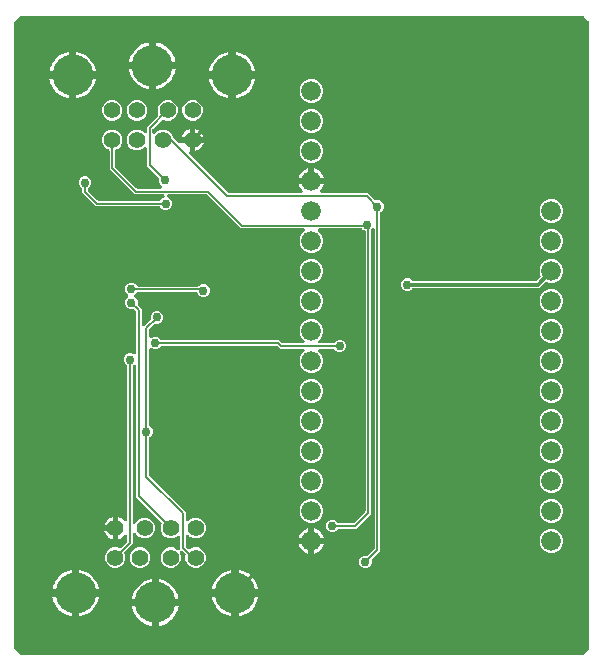
<source format=gbr>
G04 EAGLE Gerber RS-274X export*
G75*
%MOMM*%
%FSLAX34Y34*%
%LPD*%
%INBottom Copper*%
%IPPOS*%
%AMOC8*
5,1,8,0,0,1.08239X$1,22.5*%
G01*
%ADD10C,1.408000*%
%ADD11C,3.463000*%
%ADD12C,1.676400*%
%ADD13C,0.304800*%
%ADD14C,0.762000*%
%ADD15C,0.152400*%

G36*
X483582Y2555D02*
X483582Y2555D01*
X483708Y2562D01*
X483755Y2575D01*
X483803Y2581D01*
X483922Y2623D01*
X484043Y2658D01*
X484085Y2682D01*
X484131Y2698D01*
X484237Y2767D01*
X484347Y2828D01*
X484394Y2868D01*
X484424Y2887D01*
X484457Y2922D01*
X484534Y2987D01*
X488503Y6956D01*
X488582Y7055D01*
X488666Y7149D01*
X488690Y7191D01*
X488720Y7229D01*
X488774Y7343D01*
X488835Y7454D01*
X488848Y7501D01*
X488869Y7544D01*
X488895Y7668D01*
X488930Y7790D01*
X488935Y7850D01*
X488942Y7885D01*
X488941Y7933D01*
X488949Y8033D01*
X488949Y538067D01*
X488935Y538192D01*
X488928Y538318D01*
X488915Y538365D01*
X488909Y538413D01*
X488867Y538532D01*
X488832Y538653D01*
X488808Y538695D01*
X488792Y538741D01*
X488723Y538847D01*
X488662Y538957D01*
X488622Y539004D01*
X488603Y539034D01*
X488568Y539067D01*
X488503Y539144D01*
X484534Y543113D01*
X484435Y543192D01*
X484341Y543276D01*
X484299Y543300D01*
X484261Y543330D01*
X484147Y543384D01*
X484036Y543445D01*
X483989Y543458D01*
X483946Y543479D01*
X483822Y543505D01*
X483700Y543540D01*
X483640Y543545D01*
X483605Y543552D01*
X483557Y543551D01*
X483457Y543559D01*
X8033Y543559D01*
X7908Y543545D01*
X7782Y543538D01*
X7735Y543525D01*
X7687Y543519D01*
X7568Y543477D01*
X7447Y543442D01*
X7405Y543418D01*
X7359Y543402D01*
X7253Y543333D01*
X7143Y543272D01*
X7096Y543232D01*
X7066Y543213D01*
X7033Y543178D01*
X6956Y543113D01*
X2987Y539144D01*
X2908Y539045D01*
X2824Y538951D01*
X2800Y538909D01*
X2770Y538871D01*
X2716Y538757D01*
X2655Y538646D01*
X2642Y538599D01*
X2621Y538556D01*
X2595Y538432D01*
X2560Y538310D01*
X2555Y538250D01*
X2548Y538215D01*
X2549Y538167D01*
X2541Y538067D01*
X2541Y8033D01*
X2555Y7908D01*
X2562Y7782D01*
X2575Y7735D01*
X2581Y7687D01*
X2623Y7568D01*
X2658Y7447D01*
X2682Y7405D01*
X2698Y7359D01*
X2767Y7253D01*
X2828Y7143D01*
X2868Y7096D01*
X2887Y7066D01*
X2922Y7033D01*
X2987Y6956D01*
X6956Y2987D01*
X7055Y2908D01*
X7149Y2824D01*
X7191Y2800D01*
X7229Y2770D01*
X7343Y2716D01*
X7454Y2655D01*
X7501Y2642D01*
X7544Y2621D01*
X7668Y2595D01*
X7790Y2560D01*
X7850Y2555D01*
X7885Y2548D01*
X7933Y2549D01*
X8033Y2541D01*
X483457Y2541D01*
X483582Y2555D01*
G37*
%LPC*%
G36*
X298659Y75945D02*
X298659Y75945D01*
X296698Y76757D01*
X295197Y78258D01*
X294385Y80219D01*
X294385Y82341D01*
X295197Y84302D01*
X296698Y85803D01*
X298659Y86615D01*
X300874Y86615D01*
X300911Y86604D01*
X300987Y86600D01*
X301063Y86587D01*
X301161Y86592D01*
X301259Y86587D01*
X301334Y86601D01*
X301411Y86605D01*
X301505Y86632D01*
X301602Y86650D01*
X301672Y86680D01*
X301746Y86701D01*
X301831Y86749D01*
X301922Y86788D01*
X301983Y86834D01*
X302050Y86871D01*
X302163Y86968D01*
X302201Y86996D01*
X302214Y87011D01*
X302236Y87030D01*
X307147Y91941D01*
X307226Y92040D01*
X307310Y92134D01*
X307334Y92176D01*
X307364Y92214D01*
X307418Y92328D01*
X307479Y92439D01*
X307492Y92486D01*
X307513Y92529D01*
X307539Y92653D01*
X307574Y92774D01*
X307579Y92835D01*
X307586Y92870D01*
X307585Y92918D01*
X307593Y93018D01*
X307593Y362411D01*
X307582Y362511D01*
X307580Y362612D01*
X307562Y362684D01*
X307553Y362758D01*
X307520Y362852D01*
X307495Y362950D01*
X307461Y363016D01*
X307436Y363086D01*
X307381Y363170D01*
X307335Y363259D01*
X307287Y363316D01*
X307247Y363379D01*
X307175Y363448D01*
X307110Y363525D01*
X307050Y363569D01*
X306996Y363621D01*
X306910Y363672D01*
X306829Y363732D01*
X306761Y363761D01*
X306697Y363800D01*
X306601Y363830D01*
X306509Y363870D01*
X306436Y363883D01*
X306365Y363906D01*
X306265Y363914D01*
X306166Y363932D01*
X306092Y363928D01*
X306018Y363934D01*
X305918Y363919D01*
X305818Y363914D01*
X305747Y363893D01*
X305673Y363882D01*
X305580Y363845D01*
X305483Y363817D01*
X305418Y363781D01*
X305349Y363753D01*
X305267Y363696D01*
X305179Y363647D01*
X305103Y363582D01*
X305063Y363554D01*
X305039Y363528D01*
X304993Y363488D01*
X304914Y363389D01*
X304830Y363296D01*
X304806Y363253D01*
X304776Y363215D01*
X304722Y363101D01*
X304661Y362991D01*
X304648Y362944D01*
X304627Y362900D01*
X304601Y362777D01*
X304566Y362655D01*
X304561Y362594D01*
X304554Y362560D01*
X304555Y362512D01*
X304547Y362411D01*
X304547Y122243D01*
X302761Y120457D01*
X291777Y109473D01*
X277625Y109473D01*
X277549Y109464D01*
X277472Y109466D01*
X277376Y109445D01*
X277279Y109433D01*
X277207Y109408D01*
X277132Y109391D01*
X277043Y109349D01*
X276951Y109316D01*
X276886Y109274D01*
X276817Y109241D01*
X276740Y109180D01*
X276658Y109127D01*
X276604Y109072D01*
X276545Y109024D01*
X276484Y108947D01*
X276416Y108876D01*
X276378Y108814D01*
X274802Y107237D01*
X272841Y106425D01*
X270719Y106425D01*
X268758Y107237D01*
X267257Y108738D01*
X266445Y110699D01*
X266445Y112821D01*
X267257Y114782D01*
X268758Y116283D01*
X270719Y117095D01*
X272841Y117095D01*
X274802Y116283D01*
X276368Y114717D01*
X276387Y114683D01*
X276438Y114626D01*
X276482Y114563D01*
X276555Y114497D01*
X276621Y114425D01*
X276684Y114381D01*
X276741Y114330D01*
X276827Y114282D01*
X276907Y114226D01*
X276979Y114198D01*
X277046Y114161D01*
X277140Y114134D01*
X277232Y114098D01*
X277307Y114087D01*
X277381Y114066D01*
X277530Y114054D01*
X277576Y114048D01*
X277595Y114049D01*
X277625Y114047D01*
X289252Y114047D01*
X289377Y114061D01*
X289504Y114068D01*
X289550Y114081D01*
X289598Y114087D01*
X289717Y114129D01*
X289838Y114164D01*
X289881Y114188D01*
X289926Y114204D01*
X290033Y114273D01*
X290143Y114334D01*
X290189Y114374D01*
X290219Y114393D01*
X290253Y114428D01*
X290329Y114493D01*
X299527Y123691D01*
X299606Y123790D01*
X299690Y123884D01*
X299714Y123926D01*
X299744Y123964D01*
X299798Y124078D01*
X299859Y124189D01*
X299872Y124235D01*
X299893Y124279D01*
X299919Y124403D01*
X299954Y124524D01*
X299959Y124585D01*
X299966Y124620D01*
X299965Y124668D01*
X299973Y124768D01*
X299973Y360659D01*
X299965Y360735D01*
X299966Y360811D01*
X299945Y360908D01*
X299933Y361005D01*
X299908Y361077D01*
X299891Y361152D01*
X299849Y361241D01*
X299816Y361333D01*
X299774Y361398D01*
X299742Y361467D01*
X299680Y361543D01*
X299627Y361626D01*
X299572Y361679D01*
X299524Y361739D01*
X299447Y361800D01*
X299376Y361868D01*
X299311Y361908D01*
X299251Y361955D01*
X299118Y362023D01*
X299077Y362047D01*
X299059Y362053D01*
X299033Y362066D01*
X297968Y362507D01*
X297194Y363281D01*
X297095Y363360D01*
X297002Y363444D01*
X296959Y363468D01*
X296921Y363498D01*
X296807Y363552D01*
X296697Y363613D01*
X296650Y363626D01*
X296606Y363647D01*
X296483Y363673D01*
X296361Y363708D01*
X296300Y363713D01*
X296266Y363720D01*
X296218Y363719D01*
X296117Y363727D01*
X261020Y363727D01*
X260921Y363716D01*
X260820Y363714D01*
X260748Y363696D01*
X260674Y363687D01*
X260580Y363654D01*
X260482Y363629D01*
X260416Y363595D01*
X260346Y363570D01*
X260262Y363515D01*
X260172Y363469D01*
X260116Y363421D01*
X260053Y363381D01*
X259983Y363309D01*
X259907Y363244D01*
X259863Y363184D01*
X259811Y363130D01*
X259760Y363044D01*
X259700Y362963D01*
X259670Y362895D01*
X259632Y362831D01*
X259602Y362735D01*
X259562Y362643D01*
X259549Y362570D01*
X259526Y362499D01*
X259518Y362399D01*
X259500Y362300D01*
X259504Y362226D01*
X259498Y362152D01*
X259513Y362052D01*
X259518Y361952D01*
X259539Y361881D01*
X259550Y361807D01*
X259587Y361714D01*
X259615Y361617D01*
X259651Y361552D01*
X259678Y361483D01*
X259736Y361401D01*
X259785Y361313D01*
X259850Y361237D01*
X259877Y361197D01*
X259904Y361173D01*
X259943Y361127D01*
X262399Y358672D01*
X263907Y355031D01*
X263907Y351089D01*
X262399Y347448D01*
X259612Y344661D01*
X255971Y343153D01*
X252029Y343153D01*
X248388Y344661D01*
X245601Y347448D01*
X244093Y351089D01*
X244093Y355031D01*
X245601Y358672D01*
X248057Y361127D01*
X248119Y361205D01*
X248189Y361278D01*
X248227Y361342D01*
X248273Y361400D01*
X248316Y361491D01*
X248368Y361577D01*
X248390Y361648D01*
X248422Y361715D01*
X248443Y361813D01*
X248474Y361909D01*
X248480Y361983D01*
X248496Y362056D01*
X248494Y362156D01*
X248502Y362256D01*
X248491Y362330D01*
X248490Y362404D01*
X248465Y362501D01*
X248450Y362601D01*
X248423Y362670D01*
X248405Y362742D01*
X248359Y362831D01*
X248322Y362925D01*
X248279Y362986D01*
X248245Y363052D01*
X248180Y363128D01*
X248123Y363211D01*
X248067Y363261D01*
X248019Y363317D01*
X247938Y363377D01*
X247864Y363444D01*
X247799Y363480D01*
X247739Y363525D01*
X247647Y363564D01*
X247559Y363613D01*
X247487Y363633D01*
X247419Y363663D01*
X247320Y363680D01*
X247223Y363708D01*
X247123Y363716D01*
X247076Y363724D01*
X247040Y363722D01*
X246980Y363727D01*
X194379Y363727D01*
X192593Y365513D01*
X165869Y392237D01*
X165770Y392316D01*
X165676Y392400D01*
X165634Y392424D01*
X165596Y392454D01*
X165482Y392508D01*
X165371Y392569D01*
X165325Y392582D01*
X165281Y392603D01*
X165157Y392629D01*
X165036Y392664D01*
X164975Y392669D01*
X164940Y392676D01*
X164892Y392675D01*
X164792Y392683D01*
X133400Y392683D01*
X133350Y392678D01*
X133300Y392680D01*
X133178Y392658D01*
X133054Y392643D01*
X133007Y392626D01*
X132957Y392617D01*
X132843Y392568D01*
X132726Y392526D01*
X132684Y392499D01*
X132638Y392478D01*
X132538Y392404D01*
X132433Y392337D01*
X132398Y392301D01*
X132358Y392271D01*
X132278Y392176D01*
X132191Y392086D01*
X132165Y392043D01*
X132133Y392005D01*
X132076Y391894D01*
X132012Y391787D01*
X131997Y391739D01*
X131974Y391694D01*
X131944Y391574D01*
X131906Y391455D01*
X131902Y391405D01*
X131890Y391356D01*
X131888Y391232D01*
X131878Y391108D01*
X131885Y391058D01*
X131885Y391008D01*
X131911Y390886D01*
X131930Y390763D01*
X131948Y390716D01*
X131959Y390667D01*
X132013Y390555D01*
X132058Y390439D01*
X132087Y390398D01*
X132109Y390352D01*
X132186Y390255D01*
X132257Y390153D01*
X132295Y390119D01*
X132326Y390080D01*
X132424Y390003D01*
X132516Y389920D01*
X132560Y389895D01*
X132600Y389864D01*
X132818Y389753D01*
X133832Y389333D01*
X135333Y387832D01*
X136145Y385871D01*
X136145Y383749D01*
X135333Y381788D01*
X133832Y380287D01*
X131871Y379475D01*
X129749Y379475D01*
X127788Y380287D01*
X126222Y381853D01*
X126203Y381887D01*
X126152Y381944D01*
X126108Y382007D01*
X126035Y382073D01*
X125969Y382145D01*
X125906Y382189D01*
X125849Y382240D01*
X125763Y382288D01*
X125683Y382344D01*
X125611Y382372D01*
X125544Y382409D01*
X125450Y382436D01*
X125358Y382472D01*
X125283Y382483D01*
X125209Y382504D01*
X125060Y382516D01*
X125014Y382522D01*
X124995Y382521D01*
X124965Y382523D01*
X71443Y382523D01*
X59943Y394023D01*
X59943Y396745D01*
X59934Y396821D01*
X59936Y396898D01*
X59915Y396994D01*
X59903Y397091D01*
X59878Y397163D01*
X59861Y397238D01*
X59819Y397327D01*
X59786Y397419D01*
X59744Y397484D01*
X59711Y397553D01*
X59650Y397630D01*
X59597Y397712D01*
X59542Y397766D01*
X59494Y397825D01*
X59417Y397886D01*
X59346Y397954D01*
X59284Y397992D01*
X57707Y399568D01*
X56895Y401529D01*
X56895Y403651D01*
X57707Y405612D01*
X59208Y407113D01*
X61169Y407925D01*
X63291Y407925D01*
X65252Y407113D01*
X66753Y405612D01*
X67565Y403651D01*
X67565Y401529D01*
X66753Y399568D01*
X65187Y398002D01*
X65153Y397983D01*
X65096Y397932D01*
X65033Y397888D01*
X64967Y397815D01*
X64895Y397749D01*
X64851Y397686D01*
X64800Y397629D01*
X64752Y397543D01*
X64696Y397463D01*
X64668Y397391D01*
X64631Y397324D01*
X64604Y397230D01*
X64568Y397138D01*
X64557Y397063D01*
X64536Y396989D01*
X64524Y396840D01*
X64518Y396794D01*
X64519Y396775D01*
X64517Y396745D01*
X64517Y396548D01*
X64531Y396423D01*
X64538Y396296D01*
X64551Y396250D01*
X64557Y396202D01*
X64599Y396083D01*
X64634Y395962D01*
X64658Y395919D01*
X64674Y395874D01*
X64743Y395768D01*
X64804Y395657D01*
X64844Y395611D01*
X64863Y395581D01*
X64898Y395548D01*
X64963Y395471D01*
X72891Y387543D01*
X72990Y387464D01*
X73084Y387380D01*
X73126Y387356D01*
X73164Y387326D01*
X73278Y387272D01*
X73389Y387211D01*
X73436Y387198D01*
X73479Y387177D01*
X73603Y387151D01*
X73724Y387116D01*
X73785Y387111D01*
X73820Y387104D01*
X73868Y387105D01*
X73968Y387097D01*
X124965Y387097D01*
X125041Y387106D01*
X125118Y387104D01*
X125214Y387125D01*
X125311Y387137D01*
X125383Y387162D01*
X125458Y387179D01*
X125547Y387221D01*
X125639Y387254D01*
X125704Y387296D01*
X125773Y387329D01*
X125850Y387390D01*
X125932Y387443D01*
X125986Y387498D01*
X126045Y387546D01*
X126106Y387623D01*
X126174Y387694D01*
X126212Y387756D01*
X127788Y389333D01*
X128802Y389753D01*
X128846Y389777D01*
X128894Y389794D01*
X128998Y389862D01*
X129107Y389922D01*
X129144Y389956D01*
X129187Y389983D01*
X129273Y390073D01*
X129365Y390156D01*
X129394Y390198D01*
X129429Y390234D01*
X129493Y390341D01*
X129563Y390443D01*
X129582Y390490D01*
X129608Y390533D01*
X129646Y390651D01*
X129691Y390767D01*
X129699Y390817D01*
X129714Y390865D01*
X129724Y390989D01*
X129742Y391112D01*
X129738Y391162D01*
X129742Y391212D01*
X129724Y391335D01*
X129713Y391459D01*
X129698Y391507D01*
X129690Y391557D01*
X129644Y391673D01*
X129606Y391791D01*
X129580Y391834D01*
X129562Y391881D01*
X129491Y391983D01*
X129426Y392089D01*
X129391Y392126D01*
X129363Y392167D01*
X129270Y392250D01*
X129184Y392339D01*
X129141Y392367D01*
X129104Y392400D01*
X128995Y392461D01*
X128890Y392528D01*
X128843Y392544D01*
X128799Y392569D01*
X128679Y392603D01*
X128562Y392644D01*
X128512Y392650D01*
X128463Y392664D01*
X128220Y392683D01*
X104463Y392683D01*
X83093Y414053D01*
X83093Y429259D01*
X83085Y429335D01*
X83086Y429411D01*
X83065Y429508D01*
X83053Y429605D01*
X83028Y429677D01*
X83011Y429752D01*
X82969Y429841D01*
X82936Y429933D01*
X82894Y429998D01*
X82862Y430067D01*
X82800Y430143D01*
X82747Y430226D01*
X82692Y430279D01*
X82644Y430339D01*
X82567Y430400D01*
X82496Y430468D01*
X82431Y430508D01*
X82371Y430555D01*
X82238Y430623D01*
X82197Y430647D01*
X82179Y430653D01*
X82153Y430666D01*
X80528Y431339D01*
X78119Y433748D01*
X76815Y436896D01*
X76815Y440304D01*
X78119Y443452D01*
X80528Y445861D01*
X83676Y447165D01*
X87084Y447165D01*
X90232Y445861D01*
X92641Y443452D01*
X93945Y440304D01*
X93945Y436896D01*
X92641Y433748D01*
X90232Y431339D01*
X88607Y430666D01*
X88540Y430629D01*
X88469Y430601D01*
X88388Y430545D01*
X88302Y430497D01*
X88246Y430446D01*
X88183Y430402D01*
X88117Y430329D01*
X88044Y430263D01*
X88001Y430200D01*
X87950Y430143D01*
X87902Y430057D01*
X87846Y429976D01*
X87818Y429905D01*
X87781Y429838D01*
X87754Y429743D01*
X87718Y429652D01*
X87707Y429576D01*
X87686Y429503D01*
X87674Y429354D01*
X87667Y429307D01*
X87669Y429288D01*
X87667Y429259D01*
X87667Y416578D01*
X87681Y416453D01*
X87688Y416326D01*
X87701Y416280D01*
X87707Y416232D01*
X87749Y416113D01*
X87784Y415992D01*
X87808Y415949D01*
X87824Y415904D01*
X87893Y415798D01*
X87954Y415687D01*
X87994Y415641D01*
X88013Y415611D01*
X88048Y415578D01*
X88113Y415501D01*
X105911Y397703D01*
X106010Y397624D01*
X106104Y397540D01*
X106146Y397516D01*
X106184Y397486D01*
X106298Y397432D01*
X106409Y397371D01*
X106456Y397358D01*
X106499Y397337D01*
X106623Y397311D01*
X106744Y397276D01*
X106805Y397271D01*
X106840Y397264D01*
X106888Y397265D01*
X106988Y397257D01*
X126191Y397257D01*
X126291Y397268D01*
X126392Y397270D01*
X126464Y397288D01*
X126538Y397297D01*
X126632Y397330D01*
X126730Y397355D01*
X126796Y397389D01*
X126866Y397414D01*
X126950Y397469D01*
X127039Y397515D01*
X127096Y397563D01*
X127159Y397603D01*
X127228Y397675D01*
X127305Y397740D01*
X127349Y397800D01*
X127401Y397854D01*
X127452Y397940D01*
X127512Y398021D01*
X127541Y398089D01*
X127580Y398153D01*
X127610Y398249D01*
X127650Y398341D01*
X127663Y398414D01*
X127686Y398485D01*
X127694Y398585D01*
X127712Y398684D01*
X127708Y398758D01*
X127714Y398832D01*
X127699Y398932D01*
X127694Y399032D01*
X127673Y399103D01*
X127662Y399177D01*
X127625Y399270D01*
X127597Y399367D01*
X127561Y399432D01*
X127533Y399501D01*
X127476Y399583D01*
X127427Y399671D01*
X127362Y399747D01*
X127334Y399787D01*
X127308Y399811D01*
X127268Y399857D01*
X125652Y401473D01*
X124840Y403434D01*
X124840Y405649D01*
X124851Y405686D01*
X124855Y405762D01*
X124868Y405838D01*
X124863Y405936D01*
X124868Y406034D01*
X124854Y406109D01*
X124850Y406186D01*
X124823Y406280D01*
X124805Y406377D01*
X124775Y406447D01*
X124754Y406521D01*
X124706Y406606D01*
X124667Y406697D01*
X124621Y406758D01*
X124584Y406825D01*
X124487Y406938D01*
X124459Y406976D01*
X124444Y406989D01*
X124425Y407011D01*
X116593Y414843D01*
X114807Y416629D01*
X114807Y431237D01*
X114796Y431337D01*
X114794Y431438D01*
X114776Y431510D01*
X114767Y431584D01*
X114733Y431678D01*
X114709Y431776D01*
X114675Y431842D01*
X114650Y431912D01*
X114595Y431996D01*
X114549Y432085D01*
X114501Y432142D01*
X114461Y432205D01*
X114389Y432274D01*
X114324Y432351D01*
X114264Y432395D01*
X114210Y432447D01*
X114124Y432498D01*
X114043Y432558D01*
X113975Y432587D01*
X113911Y432626D01*
X113815Y432656D01*
X113723Y432696D01*
X113650Y432709D01*
X113579Y432732D01*
X113479Y432740D01*
X113380Y432758D01*
X113306Y432754D01*
X113232Y432760D01*
X113132Y432745D01*
X113032Y432740D01*
X112961Y432719D01*
X112887Y432708D01*
X112794Y432671D01*
X112697Y432643D01*
X112632Y432607D01*
X112563Y432579D01*
X112481Y432522D01*
X112393Y432473D01*
X112317Y432408D01*
X112277Y432380D01*
X112253Y432354D01*
X112207Y432315D01*
X111232Y431339D01*
X108084Y430035D01*
X104676Y430035D01*
X101528Y431339D01*
X99119Y433748D01*
X97815Y436896D01*
X97815Y440304D01*
X99119Y443452D01*
X101528Y445861D01*
X104676Y447165D01*
X108084Y447165D01*
X111232Y445861D01*
X112207Y444885D01*
X112286Y444823D01*
X112358Y444753D01*
X112422Y444715D01*
X112480Y444669D01*
X112571Y444626D01*
X112657Y444574D01*
X112728Y444552D01*
X112795Y444520D01*
X112893Y444499D01*
X112989Y444468D01*
X113063Y444462D01*
X113136Y444447D01*
X113236Y444448D01*
X113336Y444440D01*
X113410Y444451D01*
X113484Y444452D01*
X113581Y444477D01*
X113681Y444492D01*
X113750Y444519D01*
X113822Y444537D01*
X113911Y444583D01*
X114005Y444621D01*
X114066Y444663D01*
X114132Y444697D01*
X114208Y444762D01*
X114291Y444820D01*
X114341Y444875D01*
X114397Y444923D01*
X114457Y445004D01*
X114524Y445078D01*
X114560Y445143D01*
X114605Y445203D01*
X114644Y445295D01*
X114693Y445383D01*
X114713Y445455D01*
X114743Y445523D01*
X114760Y445622D01*
X114788Y445719D01*
X114796Y445819D01*
X114804Y445866D01*
X114802Y445902D01*
X114807Y445963D01*
X114807Y449511D01*
X124085Y458789D01*
X124132Y458848D01*
X124187Y458902D01*
X124240Y458985D01*
X124301Y459062D01*
X124334Y459131D01*
X124375Y459195D01*
X124408Y459288D01*
X124450Y459377D01*
X124466Y459451D01*
X124492Y459524D01*
X124503Y459621D01*
X124524Y459717D01*
X124522Y459794D01*
X124531Y459870D01*
X124519Y459968D01*
X124518Y460066D01*
X124499Y460140D01*
X124490Y460216D01*
X124444Y460358D01*
X124433Y460404D01*
X124424Y460421D01*
X124415Y460449D01*
X123815Y461896D01*
X123815Y465304D01*
X125119Y468452D01*
X127528Y470861D01*
X130676Y472165D01*
X134084Y472165D01*
X137232Y470861D01*
X139641Y468452D01*
X140945Y465304D01*
X140945Y461896D01*
X139641Y458748D01*
X137232Y456339D01*
X134084Y455035D01*
X130676Y455035D01*
X128875Y455781D01*
X128802Y455802D01*
X128731Y455833D01*
X128635Y455850D01*
X128540Y455877D01*
X128464Y455881D01*
X128388Y455894D01*
X128290Y455889D01*
X128192Y455894D01*
X128117Y455880D01*
X128040Y455876D01*
X127946Y455849D01*
X127849Y455831D01*
X127779Y455801D01*
X127706Y455780D01*
X127620Y455732D01*
X127529Y455693D01*
X127468Y455647D01*
X127401Y455610D01*
X127288Y455513D01*
X127250Y455485D01*
X127237Y455470D01*
X127215Y455451D01*
X119827Y448063D01*
X119748Y447964D01*
X119664Y447870D01*
X119640Y447828D01*
X119610Y447790D01*
X119556Y447676D01*
X119495Y447565D01*
X119482Y447518D01*
X119461Y447475D01*
X119435Y447351D01*
X119400Y447230D01*
X119395Y447169D01*
X119388Y447134D01*
X119389Y447086D01*
X119381Y446986D01*
X119381Y445391D01*
X119392Y445291D01*
X119394Y445190D01*
X119412Y445118D01*
X119421Y445044D01*
X119454Y444950D01*
X119479Y444852D01*
X119513Y444786D01*
X119538Y444716D01*
X119593Y444632D01*
X119639Y444543D01*
X119687Y444486D01*
X119727Y444423D01*
X119799Y444354D01*
X119864Y444277D01*
X119924Y444233D01*
X119978Y444181D01*
X120064Y444130D01*
X120145Y444070D01*
X120213Y444041D01*
X120277Y444002D01*
X120373Y443972D01*
X120465Y443932D01*
X120538Y443919D01*
X120609Y443896D01*
X120709Y443888D01*
X120808Y443870D01*
X120882Y443874D01*
X120956Y443868D01*
X121056Y443883D01*
X121156Y443888D01*
X121227Y443909D01*
X121301Y443920D01*
X121394Y443957D01*
X121491Y443985D01*
X121556Y444021D01*
X121625Y444049D01*
X121707Y444106D01*
X121795Y444155D01*
X121871Y444220D01*
X121911Y444248D01*
X121935Y444274D01*
X121981Y444313D01*
X123528Y445861D01*
X126676Y447165D01*
X130084Y447165D01*
X133232Y445861D01*
X135641Y443452D01*
X136811Y440627D01*
X136812Y440625D01*
X136812Y440623D01*
X136847Y440561D01*
X136865Y440516D01*
X136902Y440462D01*
X136980Y440323D01*
X136981Y440321D01*
X136982Y440319D01*
X137141Y440133D01*
X138173Y439101D01*
X141307Y435967D01*
X141343Y435939D01*
X141373Y435905D01*
X141479Y435831D01*
X141580Y435750D01*
X141621Y435731D01*
X141658Y435705D01*
X141778Y435657D01*
X141895Y435601D01*
X141940Y435592D01*
X141982Y435575D01*
X142110Y435555D01*
X142236Y435528D01*
X142281Y435529D01*
X142326Y435522D01*
X142455Y435532D01*
X142584Y435534D01*
X142628Y435545D01*
X142674Y435549D01*
X142797Y435588D01*
X142922Y435619D01*
X142963Y435640D01*
X143006Y435654D01*
X143117Y435720D01*
X143232Y435779D01*
X143267Y435808D01*
X143306Y435831D01*
X143399Y435921D01*
X143497Y436005D01*
X143524Y436041D01*
X143557Y436073D01*
X143628Y436181D01*
X143705Y436285D01*
X143723Y436327D01*
X143738Y436351D01*
X151131Y436351D01*
X151131Y428952D01*
X151053Y428918D01*
X151017Y428890D01*
X150976Y428869D01*
X150878Y428786D01*
X150775Y428708D01*
X150745Y428673D01*
X150711Y428644D01*
X150634Y428540D01*
X150551Y428441D01*
X150531Y428400D01*
X150504Y428363D01*
X150452Y428245D01*
X150394Y428129D01*
X150384Y428085D01*
X150366Y428043D01*
X150343Y427916D01*
X150312Y427791D01*
X150312Y427745D01*
X150304Y427700D01*
X150311Y427571D01*
X150309Y427442D01*
X150319Y427398D01*
X150322Y427352D01*
X150358Y427228D01*
X150386Y427102D01*
X150406Y427061D01*
X150418Y427017D01*
X150481Y426905D01*
X150538Y426788D01*
X150566Y426753D01*
X150588Y426713D01*
X150747Y426527D01*
X183127Y394147D01*
X183226Y394068D01*
X183320Y393984D01*
X183362Y393960D01*
X183400Y393930D01*
X183514Y393876D01*
X183625Y393815D01*
X183672Y393802D01*
X183715Y393781D01*
X183839Y393755D01*
X183960Y393720D01*
X184021Y393715D01*
X184056Y393708D01*
X184104Y393709D01*
X184204Y393701D01*
X245035Y393701D01*
X245135Y393712D01*
X245235Y393714D01*
X245307Y393732D01*
X245381Y393741D01*
X245476Y393774D01*
X245573Y393799D01*
X245639Y393833D01*
X245709Y393858D01*
X245794Y393913D01*
X245883Y393959D01*
X245939Y394007D01*
X246002Y394047D01*
X246072Y394119D01*
X246148Y394184D01*
X246192Y394244D01*
X246244Y394298D01*
X246296Y394384D01*
X246355Y394465D01*
X246385Y394533D01*
X246423Y394597D01*
X246454Y394692D01*
X246493Y394785D01*
X246507Y394858D01*
X246529Y394929D01*
X246537Y395029D01*
X246555Y395128D01*
X246551Y395202D01*
X246557Y395276D01*
X246542Y395375D01*
X246537Y395476D01*
X246516Y395547D01*
X246505Y395621D01*
X246468Y395714D01*
X246440Y395811D01*
X246404Y395876D01*
X246377Y395945D01*
X246319Y396027D01*
X246270Y396115D01*
X246205Y396191D01*
X246178Y396231D01*
X246151Y396255D01*
X246112Y396301D01*
X245669Y396744D01*
X244658Y398135D01*
X243878Y399667D01*
X243346Y401302D01*
X243337Y401361D01*
X253024Y401361D01*
X253050Y401364D01*
X253076Y401362D01*
X253223Y401384D01*
X253370Y401401D01*
X253395Y401409D01*
X253421Y401413D01*
X253558Y401468D01*
X253698Y401518D01*
X253720Y401532D01*
X253745Y401542D01*
X253866Y401627D01*
X253991Y401707D01*
X254003Y401720D01*
X254050Y401675D01*
X254073Y401661D01*
X254092Y401644D01*
X254222Y401572D01*
X254349Y401496D01*
X254374Y401488D01*
X254397Y401475D01*
X254540Y401435D01*
X254681Y401390D01*
X254707Y401387D01*
X254732Y401380D01*
X254976Y401361D01*
X264663Y401361D01*
X264654Y401302D01*
X264122Y399667D01*
X263342Y398135D01*
X262331Y396744D01*
X261888Y396301D01*
X261826Y396223D01*
X261756Y396150D01*
X261718Y396086D01*
X261672Y396028D01*
X261629Y395937D01*
X261577Y395851D01*
X261554Y395780D01*
X261523Y395713D01*
X261501Y395615D01*
X261471Y395519D01*
X261465Y395445D01*
X261449Y395372D01*
X261451Y395272D01*
X261443Y395172D01*
X261454Y395098D01*
X261455Y395024D01*
X261480Y394926D01*
X261495Y394827D01*
X261522Y394758D01*
X261540Y394686D01*
X261586Y394597D01*
X261623Y394503D01*
X261666Y394442D01*
X261700Y394376D01*
X261765Y394300D01*
X261822Y394217D01*
X261877Y394167D01*
X261926Y394111D01*
X262006Y394051D01*
X262081Y393984D01*
X262146Y393948D01*
X262206Y393903D01*
X262298Y393864D01*
X262386Y393815D01*
X262458Y393795D01*
X262526Y393765D01*
X262625Y393748D01*
X262721Y393720D01*
X262821Y393712D01*
X262869Y393704D01*
X262905Y393706D01*
X262965Y393701D01*
X301683Y393701D01*
X303469Y391915D01*
X307364Y388020D01*
X307424Y387972D01*
X307477Y387918D01*
X307560Y387864D01*
X307637Y387803D01*
X307706Y387771D01*
X307771Y387729D01*
X307863Y387696D01*
X307952Y387654D01*
X308027Y387638D01*
X308099Y387613D01*
X308197Y387602D01*
X308293Y387581D01*
X308369Y387582D01*
X308445Y387574D01*
X308543Y387585D01*
X308641Y387587D01*
X308712Y387605D01*
X310941Y387605D01*
X312902Y386793D01*
X314403Y385292D01*
X315215Y383331D01*
X315215Y381209D01*
X314403Y379248D01*
X312837Y377682D01*
X312803Y377663D01*
X312746Y377612D01*
X312683Y377568D01*
X312617Y377495D01*
X312545Y377429D01*
X312501Y377366D01*
X312450Y377309D01*
X312402Y377223D01*
X312346Y377143D01*
X312318Y377071D01*
X312281Y377004D01*
X312254Y376910D01*
X312218Y376818D01*
X312207Y376743D01*
X312186Y376669D01*
X312174Y376520D01*
X312168Y376474D01*
X312169Y376455D01*
X312167Y376425D01*
X312167Y90493D01*
X310381Y88707D01*
X305470Y83796D01*
X305422Y83736D01*
X305368Y83683D01*
X305314Y83600D01*
X305253Y83523D01*
X305221Y83454D01*
X305179Y83389D01*
X305146Y83297D01*
X305104Y83208D01*
X305088Y83133D01*
X305063Y83061D01*
X305052Y82963D01*
X305031Y82867D01*
X305032Y82791D01*
X305024Y82715D01*
X305035Y82617D01*
X305037Y82519D01*
X305055Y82448D01*
X305055Y80219D01*
X304243Y78258D01*
X302742Y76757D01*
X300781Y75945D01*
X298659Y75945D01*
G37*
%LPD*%
%LPC*%
G36*
X86216Y76475D02*
X86216Y76475D01*
X83068Y77779D01*
X80659Y80188D01*
X79355Y83336D01*
X79355Y86744D01*
X80659Y89892D01*
X83068Y92301D01*
X86216Y93605D01*
X89624Y93605D01*
X91248Y92932D01*
X91322Y92911D01*
X91392Y92881D01*
X91489Y92863D01*
X91583Y92836D01*
X91660Y92832D01*
X91735Y92819D01*
X91833Y92824D01*
X91931Y92819D01*
X92006Y92833D01*
X92083Y92837D01*
X92177Y92864D01*
X92274Y92882D01*
X92344Y92912D01*
X92418Y92933D01*
X92504Y92981D01*
X92594Y93021D01*
X92655Y93066D01*
X92722Y93104D01*
X92836Y93200D01*
X92874Y93229D01*
X92886Y93243D01*
X92908Y93262D01*
X97597Y97951D01*
X97676Y98050D01*
X97760Y98144D01*
X97784Y98186D01*
X97814Y98224D01*
X97868Y98338D01*
X97929Y98449D01*
X97942Y98496D01*
X97963Y98539D01*
X97989Y98663D01*
X98024Y98784D01*
X98029Y98845D01*
X98036Y98880D01*
X98035Y98928D01*
X98043Y99028D01*
X98043Y102986D01*
X98038Y103031D01*
X98041Y103076D01*
X98018Y103204D01*
X98003Y103332D01*
X97988Y103375D01*
X97980Y103420D01*
X97929Y103539D01*
X97886Y103660D01*
X97861Y103698D01*
X97843Y103740D01*
X97767Y103844D01*
X97697Y103953D01*
X97664Y103984D01*
X97637Y104021D01*
X97539Y104105D01*
X97446Y104195D01*
X97407Y104218D01*
X97373Y104248D01*
X97258Y104308D01*
X97147Y104374D01*
X97104Y104388D01*
X97063Y104409D01*
X96938Y104441D01*
X96815Y104480D01*
X96770Y104484D01*
X96726Y104495D01*
X96596Y104498D01*
X96468Y104508D01*
X96423Y104501D01*
X96377Y104502D01*
X96251Y104476D01*
X96123Y104456D01*
X96081Y104440D01*
X96036Y104430D01*
X95919Y104375D01*
X95799Y104328D01*
X95762Y104302D01*
X95721Y104282D01*
X95619Y104202D01*
X95513Y104129D01*
X95483Y104095D01*
X95447Y104067D01*
X95288Y103881D01*
X95228Y103799D01*
X94162Y102732D01*
X92941Y101846D01*
X91598Y101161D01*
X90169Y100697D01*
X90169Y109314D01*
X90166Y109340D01*
X90168Y109366D01*
X90146Y109513D01*
X90129Y109660D01*
X90121Y109685D01*
X90117Y109711D01*
X90062Y109848D01*
X90012Y109988D01*
X89998Y110010D01*
X89988Y110035D01*
X89979Y110047D01*
X90034Y110139D01*
X90042Y110164D01*
X90055Y110187D01*
X90095Y110330D01*
X90140Y110471D01*
X90142Y110497D01*
X90150Y110522D01*
X90169Y110766D01*
X90169Y119383D01*
X91598Y118919D01*
X92941Y118234D01*
X94162Y117348D01*
X95228Y116281D01*
X95288Y116199D01*
X95318Y116165D01*
X95343Y116127D01*
X95436Y116037D01*
X95523Y115942D01*
X95561Y115917D01*
X95594Y115885D01*
X95705Y115819D01*
X95811Y115746D01*
X95854Y115729D01*
X95893Y115706D01*
X96016Y115667D01*
X96136Y115620D01*
X96181Y115614D01*
X96225Y115600D01*
X96354Y115590D01*
X96481Y115572D01*
X96527Y115576D01*
X96572Y115572D01*
X96700Y115591D01*
X96829Y115603D01*
X96872Y115617D01*
X96917Y115624D01*
X97037Y115671D01*
X97159Y115712D01*
X97198Y115736D01*
X97241Y115752D01*
X97347Y115826D01*
X97457Y115893D01*
X97489Y115925D01*
X97527Y115951D01*
X97613Y116047D01*
X97705Y116138D01*
X97730Y116176D01*
X97760Y116210D01*
X97823Y116323D01*
X97892Y116432D01*
X97907Y116475D01*
X97929Y116515D01*
X97964Y116640D01*
X98006Y116761D01*
X98011Y116807D01*
X98024Y116851D01*
X98043Y117094D01*
X98043Y246885D01*
X98035Y246961D01*
X98036Y247037D01*
X98015Y247134D01*
X98003Y247231D01*
X97978Y247303D01*
X97961Y247378D01*
X97919Y247467D01*
X97886Y247559D01*
X97844Y247624D01*
X97812Y247693D01*
X97750Y247769D01*
X97697Y247852D01*
X97642Y247905D01*
X97594Y247965D01*
X97517Y248026D01*
X97446Y248094D01*
X97384Y248132D01*
X95807Y249708D01*
X94995Y251669D01*
X94995Y253791D01*
X95807Y255752D01*
X97308Y257253D01*
X99269Y258065D01*
X101391Y258065D01*
X103557Y257168D01*
X103702Y257126D01*
X103845Y257080D01*
X103869Y257079D01*
X103892Y257072D01*
X104043Y257065D01*
X104192Y257053D01*
X104216Y257056D01*
X104240Y257055D01*
X104388Y257082D01*
X104537Y257104D01*
X104559Y257113D01*
X104583Y257117D01*
X104721Y257177D01*
X104861Y257233D01*
X104881Y257247D01*
X104903Y257256D01*
X105024Y257346D01*
X105147Y257432D01*
X105163Y257450D01*
X105183Y257464D01*
X105280Y257579D01*
X105380Y257691D01*
X105392Y257712D01*
X105408Y257730D01*
X105476Y257864D01*
X105549Y257996D01*
X105555Y258019D01*
X105566Y258041D01*
X105603Y258186D01*
X105644Y258331D01*
X105646Y258360D01*
X105651Y258379D01*
X105651Y258426D01*
X105663Y258575D01*
X105663Y293062D01*
X105649Y293187D01*
X105642Y293314D01*
X105629Y293360D01*
X105623Y293408D01*
X105581Y293527D01*
X105546Y293648D01*
X105522Y293691D01*
X105506Y293736D01*
X105437Y293842D01*
X105376Y293953D01*
X105336Y293999D01*
X105317Y294029D01*
X105282Y294062D01*
X105217Y294139D01*
X104116Y295240D01*
X104056Y295288D01*
X104003Y295342D01*
X103920Y295396D01*
X103843Y295457D01*
X103774Y295489D01*
X103709Y295531D01*
X103617Y295564D01*
X103528Y295606D01*
X103453Y295622D01*
X103381Y295647D01*
X103283Y295658D01*
X103187Y295679D01*
X103111Y295678D01*
X103035Y295686D01*
X102937Y295675D01*
X102839Y295673D01*
X102768Y295655D01*
X100539Y295655D01*
X98578Y296467D01*
X97077Y297968D01*
X96265Y299929D01*
X96265Y302051D01*
X97077Y304012D01*
X98693Y305628D01*
X98710Y305648D01*
X98730Y305665D01*
X98818Y305785D01*
X98910Y305901D01*
X98921Y305925D01*
X98937Y305946D01*
X98996Y306082D01*
X99059Y306216D01*
X99065Y306242D01*
X99075Y306266D01*
X99101Y306412D01*
X99132Y306557D01*
X99132Y306583D01*
X99137Y306609D01*
X99129Y306757D01*
X99126Y306905D01*
X99120Y306931D01*
X99119Y306957D01*
X99078Y307099D01*
X99041Y307243D01*
X99029Y307266D01*
X99022Y307292D01*
X98950Y307421D01*
X98882Y307553D01*
X98865Y307573D01*
X98852Y307596D01*
X98693Y307782D01*
X97077Y309398D01*
X96265Y311359D01*
X96265Y313481D01*
X97077Y315442D01*
X98578Y316943D01*
X100539Y317755D01*
X102661Y317755D01*
X104622Y316943D01*
X106123Y315442D01*
X106143Y315393D01*
X106180Y315326D01*
X106208Y315255D01*
X106264Y315174D01*
X106312Y315089D01*
X106363Y315032D01*
X106407Y314969D01*
X106480Y314903D01*
X106546Y314830D01*
X106609Y314787D01*
X106666Y314736D01*
X106752Y314688D01*
X106833Y314632D01*
X106904Y314604D01*
X106971Y314567D01*
X107066Y314540D01*
X107157Y314504D01*
X107233Y314493D01*
X107306Y314472D01*
X107455Y314460D01*
X107502Y314453D01*
X107521Y314455D01*
X107550Y314453D01*
X157687Y314453D01*
X157813Y314467D01*
X157939Y314474D01*
X157986Y314487D01*
X158034Y314493D01*
X158153Y314535D01*
X158274Y314570D01*
X158316Y314594D01*
X158362Y314610D01*
X158468Y314679D01*
X158578Y314740D01*
X158624Y314780D01*
X158654Y314799D01*
X158688Y314834D01*
X158764Y314899D01*
X159538Y315673D01*
X161499Y316485D01*
X163621Y316485D01*
X165582Y315673D01*
X167083Y314172D01*
X167895Y312211D01*
X167895Y310089D01*
X167083Y308128D01*
X165582Y306627D01*
X163621Y305815D01*
X161499Y305815D01*
X159538Y306627D01*
X158037Y308128D01*
X157702Y308939D01*
X157664Y309006D01*
X157636Y309077D01*
X157580Y309158D01*
X157532Y309244D01*
X157481Y309300D01*
X157437Y309363D01*
X157364Y309429D01*
X157298Y309502D01*
X157235Y309545D01*
X157178Y309596D01*
X157092Y309644D01*
X157011Y309700D01*
X156940Y309728D01*
X156873Y309765D01*
X156779Y309792D01*
X156687Y309828D01*
X156612Y309839D01*
X156538Y309860D01*
X156389Y309872D01*
X156342Y309879D01*
X156323Y309877D01*
X156294Y309879D01*
X107235Y309879D01*
X107109Y309865D01*
X106983Y309858D01*
X106937Y309845D01*
X106888Y309839D01*
X106769Y309797D01*
X106648Y309762D01*
X106606Y309738D01*
X106560Y309722D01*
X106454Y309653D01*
X106344Y309592D01*
X106298Y309552D01*
X106268Y309533D01*
X106234Y309498D01*
X106158Y309433D01*
X104507Y307782D01*
X104490Y307762D01*
X104470Y307745D01*
X104382Y307625D01*
X104290Y307509D01*
X104279Y307485D01*
X104263Y307464D01*
X104204Y307328D01*
X104141Y307194D01*
X104135Y307168D01*
X104125Y307144D01*
X104099Y306998D01*
X104068Y306853D01*
X104068Y306827D01*
X104063Y306801D01*
X104071Y306653D01*
X104074Y306505D01*
X104080Y306479D01*
X104081Y306453D01*
X104122Y306311D01*
X104159Y306167D01*
X104171Y306144D01*
X104178Y306118D01*
X104250Y305989D01*
X104318Y305857D01*
X104335Y305837D01*
X104348Y305814D01*
X104507Y305628D01*
X106123Y304012D01*
X106935Y302051D01*
X106935Y299836D01*
X106924Y299799D01*
X106920Y299723D01*
X106907Y299647D01*
X106912Y299549D01*
X106907Y299451D01*
X106921Y299376D01*
X106925Y299299D01*
X106952Y299205D01*
X106970Y299108D01*
X107000Y299038D01*
X107021Y298964D01*
X107069Y298879D01*
X107108Y298788D01*
X107154Y298727D01*
X107191Y298660D01*
X107288Y298547D01*
X107316Y298509D01*
X107331Y298496D01*
X107350Y298474D01*
X110237Y295587D01*
X110237Y282248D01*
X110248Y282148D01*
X110250Y282048D01*
X110268Y281976D01*
X110277Y281902D01*
X110310Y281807D01*
X110335Y281710D01*
X110369Y281644D01*
X110394Y281574D01*
X110449Y281489D01*
X110495Y281400D01*
X110543Y281343D01*
X110583Y281281D01*
X110655Y281211D01*
X110720Y281135D01*
X110780Y281091D01*
X110834Y281039D01*
X110920Y280987D01*
X111001Y280928D01*
X111069Y280898D01*
X111133Y280860D01*
X111229Y280829D01*
X111321Y280790D01*
X111394Y280776D01*
X111465Y280754D01*
X111565Y280746D01*
X111664Y280728D01*
X111738Y280732D01*
X111812Y280726D01*
X111912Y280741D01*
X112012Y280746D01*
X112083Y280766D01*
X112157Y280777D01*
X112250Y280815D01*
X112347Y280842D01*
X112412Y280879D01*
X112481Y280906D01*
X112563Y280963D01*
X112651Y281013D01*
X112727Y281078D01*
X112767Y281105D01*
X112791Y281132D01*
X112837Y281171D01*
X117477Y285811D01*
X117525Y285871D01*
X117580Y285924D01*
X117633Y286007D01*
X117694Y286084D01*
X117727Y286153D01*
X117768Y286218D01*
X117801Y286310D01*
X117843Y286399D01*
X117859Y286474D01*
X117884Y286546D01*
X117895Y286644D01*
X117916Y286740D01*
X117915Y286816D01*
X117923Y286892D01*
X117912Y286990D01*
X117910Y287088D01*
X117892Y287163D01*
X117883Y287239D01*
X117855Y287323D01*
X117855Y289478D01*
X118667Y291439D01*
X120168Y292940D01*
X122129Y293752D01*
X124251Y293752D01*
X126212Y292940D01*
X127713Y291439D01*
X128525Y289478D01*
X128525Y287356D01*
X127713Y285395D01*
X126212Y283894D01*
X124251Y283082D01*
X121847Y283082D01*
X121722Y283068D01*
X121595Y283061D01*
X121549Y283048D01*
X121501Y283042D01*
X121382Y283000D01*
X121261Y282965D01*
X121218Y282941D01*
X121173Y282925D01*
X121067Y282856D01*
X120956Y282795D01*
X120910Y282755D01*
X120880Y282736D01*
X120847Y282701D01*
X120770Y282636D01*
X117033Y278899D01*
X116954Y278800D01*
X116870Y278706D01*
X116846Y278664D01*
X116816Y278626D01*
X116762Y278512D01*
X116701Y278401D01*
X116688Y278354D01*
X116667Y278311D01*
X116641Y278187D01*
X116606Y278066D01*
X116601Y278005D01*
X116594Y277970D01*
X116595Y277922D01*
X116587Y277822D01*
X116587Y272545D01*
X116604Y272396D01*
X116616Y272246D01*
X116624Y272223D01*
X116627Y272199D01*
X116678Y272056D01*
X116723Y271914D01*
X116736Y271893D01*
X116744Y271871D01*
X116826Y271744D01*
X116903Y271615D01*
X116920Y271598D01*
X116933Y271578D01*
X117042Y271472D01*
X117146Y271365D01*
X117166Y271352D01*
X117184Y271336D01*
X117313Y271258D01*
X117439Y271177D01*
X117462Y271169D01*
X117483Y271157D01*
X117626Y271111D01*
X117768Y271061D01*
X117792Y271058D01*
X117815Y271050D01*
X117964Y271038D01*
X118114Y271022D01*
X118138Y271024D01*
X118162Y271023D01*
X118311Y271045D01*
X118460Y271062D01*
X118488Y271071D01*
X118507Y271074D01*
X118551Y271092D01*
X118693Y271138D01*
X120859Y272035D01*
X122981Y272035D01*
X124942Y271223D01*
X126508Y269656D01*
X126527Y269622D01*
X126578Y269566D01*
X126622Y269503D01*
X126695Y269437D01*
X126761Y269364D01*
X126824Y269321D01*
X126881Y269270D01*
X126967Y269222D01*
X127048Y269166D01*
X127119Y269138D01*
X127186Y269101D01*
X127281Y269074D01*
X127372Y269038D01*
X127448Y269027D01*
X127521Y269006D01*
X127670Y268994D01*
X127717Y268987D01*
X127736Y268989D01*
X127765Y268987D01*
X227007Y268987D01*
X229101Y266893D01*
X229200Y266814D01*
X229294Y266730D01*
X229336Y266706D01*
X229374Y266676D01*
X229488Y266622D01*
X229599Y266561D01*
X229646Y266548D01*
X229689Y266527D01*
X229813Y266501D01*
X229934Y266466D01*
X229995Y266461D01*
X230030Y266454D01*
X230078Y266455D01*
X230178Y266447D01*
X246726Y266447D01*
X246825Y266458D01*
X246926Y266460D01*
X246998Y266478D01*
X247072Y266487D01*
X247166Y266520D01*
X247264Y266545D01*
X247330Y266579D01*
X247400Y266604D01*
X247484Y266659D01*
X247574Y266705D01*
X247630Y266753D01*
X247693Y266793D01*
X247763Y266865D01*
X247839Y266930D01*
X247883Y266990D01*
X247935Y267044D01*
X247986Y267130D01*
X248046Y267211D01*
X248076Y267279D01*
X248114Y267343D01*
X248144Y267439D01*
X248184Y267531D01*
X248197Y267604D01*
X248220Y267675D01*
X248228Y267775D01*
X248246Y267874D01*
X248242Y267948D01*
X248248Y268022D01*
X248233Y268122D01*
X248228Y268222D01*
X248207Y268293D01*
X248196Y268367D01*
X248159Y268460D01*
X248131Y268557D01*
X248095Y268622D01*
X248068Y268691D01*
X248010Y268773D01*
X247961Y268861D01*
X247896Y268937D01*
X247869Y268977D01*
X247842Y269001D01*
X247803Y269047D01*
X245601Y271248D01*
X244093Y274889D01*
X244093Y278831D01*
X245601Y282472D01*
X248388Y285259D01*
X252029Y286767D01*
X255971Y286767D01*
X259612Y285259D01*
X262399Y282472D01*
X263907Y278831D01*
X263907Y274889D01*
X262399Y271248D01*
X260197Y269047D01*
X260135Y268969D01*
X260065Y268896D01*
X260027Y268832D01*
X259981Y268774D01*
X259938Y268683D01*
X259886Y268597D01*
X259864Y268526D01*
X259832Y268459D01*
X259811Y268361D01*
X259780Y268265D01*
X259774Y268191D01*
X259758Y268118D01*
X259760Y268018D01*
X259752Y267918D01*
X259763Y267844D01*
X259764Y267770D01*
X259789Y267673D01*
X259804Y267573D01*
X259831Y267504D01*
X259849Y267432D01*
X259895Y267343D01*
X259932Y267249D01*
X259975Y267188D01*
X260009Y267122D01*
X260074Y267046D01*
X260131Y266963D01*
X260187Y266913D01*
X260235Y266857D01*
X260316Y266797D01*
X260390Y266730D01*
X260455Y266694D01*
X260515Y266649D01*
X260607Y266610D01*
X260695Y266561D01*
X260767Y266541D01*
X260835Y266511D01*
X260934Y266494D01*
X261031Y266466D01*
X261131Y266458D01*
X261178Y266450D01*
X261214Y266452D01*
X261274Y266447D01*
X272285Y266447D01*
X272361Y266455D01*
X272437Y266454D01*
X272534Y266475D01*
X272631Y266487D01*
X272703Y266512D01*
X272778Y266529D01*
X272867Y266571D01*
X272959Y266604D01*
X273024Y266646D01*
X273093Y266678D01*
X273169Y266740D01*
X273252Y266793D01*
X273305Y266848D01*
X273365Y266896D01*
X273426Y266973D01*
X273494Y267044D01*
X273532Y267106D01*
X275108Y268683D01*
X277069Y269495D01*
X279191Y269495D01*
X281152Y268683D01*
X282653Y267182D01*
X283465Y265221D01*
X283465Y263099D01*
X282653Y261138D01*
X281152Y259637D01*
X279191Y258825D01*
X277069Y258825D01*
X275108Y259637D01*
X273542Y261204D01*
X273523Y261238D01*
X273472Y261294D01*
X273428Y261357D01*
X273355Y261423D01*
X273289Y261496D01*
X273226Y261539D01*
X273169Y261590D01*
X273083Y261638D01*
X273002Y261694D01*
X272931Y261722D01*
X272864Y261759D01*
X272769Y261786D01*
X272678Y261822D01*
X272602Y261833D01*
X272529Y261854D01*
X272380Y261866D01*
X272333Y261873D01*
X272314Y261871D01*
X272285Y261873D01*
X261274Y261873D01*
X261175Y261862D01*
X261074Y261860D01*
X261002Y261842D01*
X260928Y261833D01*
X260834Y261800D01*
X260736Y261775D01*
X260670Y261741D01*
X260600Y261716D01*
X260516Y261661D01*
X260426Y261615D01*
X260370Y261567D01*
X260307Y261527D01*
X260237Y261455D01*
X260161Y261390D01*
X260117Y261330D01*
X260065Y261276D01*
X260014Y261190D01*
X259954Y261109D01*
X259924Y261041D01*
X259886Y260977D01*
X259856Y260881D01*
X259816Y260789D01*
X259803Y260716D01*
X259780Y260645D01*
X259772Y260545D01*
X259754Y260446D01*
X259758Y260372D01*
X259752Y260298D01*
X259767Y260198D01*
X259772Y260098D01*
X259793Y260027D01*
X259804Y259953D01*
X259841Y259860D01*
X259869Y259763D01*
X259905Y259698D01*
X259932Y259629D01*
X259990Y259547D01*
X260039Y259459D01*
X260104Y259383D01*
X260131Y259343D01*
X260158Y259319D01*
X260197Y259273D01*
X262399Y257072D01*
X263907Y253431D01*
X263907Y249489D01*
X262399Y245848D01*
X259612Y243061D01*
X255971Y241553D01*
X252029Y241553D01*
X248388Y243061D01*
X245601Y245848D01*
X244093Y249489D01*
X244093Y253431D01*
X245601Y257072D01*
X247803Y259273D01*
X247865Y259351D01*
X247935Y259424D01*
X247973Y259488D01*
X248019Y259546D01*
X248062Y259637D01*
X248114Y259723D01*
X248136Y259794D01*
X248168Y259861D01*
X248189Y259959D01*
X248220Y260055D01*
X248226Y260129D01*
X248242Y260202D01*
X248240Y260302D01*
X248248Y260402D01*
X248237Y260476D01*
X248236Y260550D01*
X248211Y260647D01*
X248196Y260747D01*
X248169Y260816D01*
X248151Y260888D01*
X248105Y260977D01*
X248068Y261071D01*
X248025Y261132D01*
X247991Y261198D01*
X247926Y261274D01*
X247869Y261357D01*
X247813Y261407D01*
X247765Y261463D01*
X247684Y261523D01*
X247610Y261590D01*
X247545Y261626D01*
X247485Y261671D01*
X247393Y261710D01*
X247305Y261759D01*
X247233Y261779D01*
X247165Y261809D01*
X247066Y261826D01*
X246969Y261854D01*
X246869Y261862D01*
X246822Y261870D01*
X246786Y261868D01*
X246726Y261873D01*
X227653Y261873D01*
X225559Y263967D01*
X225460Y264046D01*
X225366Y264130D01*
X225324Y264154D01*
X225286Y264184D01*
X225172Y264238D01*
X225061Y264299D01*
X225014Y264312D01*
X224971Y264333D01*
X224847Y264359D01*
X224726Y264394D01*
X224665Y264399D01*
X224630Y264406D01*
X224582Y264405D01*
X224482Y264413D01*
X127765Y264413D01*
X127689Y264405D01*
X127613Y264406D01*
X127516Y264385D01*
X127419Y264373D01*
X127347Y264348D01*
X127272Y264331D01*
X127183Y264289D01*
X127091Y264256D01*
X127026Y264214D01*
X126957Y264182D01*
X126881Y264120D01*
X126798Y264067D01*
X126745Y264012D01*
X126685Y263964D01*
X126624Y263887D01*
X126556Y263816D01*
X126518Y263754D01*
X124942Y262177D01*
X122981Y261365D01*
X120859Y261365D01*
X118693Y262262D01*
X118548Y262304D01*
X118405Y262350D01*
X118381Y262351D01*
X118358Y262358D01*
X118207Y262365D01*
X118058Y262377D01*
X118034Y262374D01*
X118010Y262375D01*
X117862Y262348D01*
X117713Y262326D01*
X117691Y262317D01*
X117667Y262313D01*
X117529Y262253D01*
X117389Y262197D01*
X117369Y262183D01*
X117347Y262174D01*
X117226Y262084D01*
X117103Y261998D01*
X117087Y261980D01*
X117067Y261966D01*
X116970Y261851D01*
X116870Y261739D01*
X116858Y261718D01*
X116842Y261700D01*
X116774Y261566D01*
X116701Y261434D01*
X116695Y261411D01*
X116684Y261389D01*
X116647Y261244D01*
X116606Y261099D01*
X116604Y261070D01*
X116599Y261051D01*
X116599Y261004D01*
X116587Y260855D01*
X116587Y197615D01*
X116596Y197539D01*
X116594Y197462D01*
X116615Y197366D01*
X116627Y197269D01*
X116652Y197197D01*
X116669Y197122D01*
X116711Y197033D01*
X116744Y196941D01*
X116786Y196876D01*
X116819Y196807D01*
X116880Y196730D01*
X116933Y196648D01*
X116988Y196594D01*
X117036Y196535D01*
X117113Y196474D01*
X117184Y196406D01*
X117246Y196368D01*
X118823Y194792D01*
X119635Y192831D01*
X119635Y190709D01*
X118823Y188748D01*
X117257Y187182D01*
X117223Y187163D01*
X117166Y187112D01*
X117103Y187068D01*
X117037Y186995D01*
X116965Y186929D01*
X116921Y186866D01*
X116870Y186809D01*
X116822Y186723D01*
X116766Y186643D01*
X116738Y186571D01*
X116701Y186504D01*
X116674Y186410D01*
X116638Y186318D01*
X116627Y186243D01*
X116606Y186169D01*
X116594Y186020D01*
X116588Y185974D01*
X116589Y185955D01*
X116587Y185925D01*
X116587Y155248D01*
X116601Y155123D01*
X116608Y154996D01*
X116621Y154950D01*
X116627Y154902D01*
X116669Y154783D01*
X116704Y154662D01*
X116728Y154619D01*
X116744Y154574D01*
X116813Y154468D01*
X116874Y154357D01*
X116914Y154311D01*
X116933Y154281D01*
X116968Y154248D01*
X117033Y154171D01*
X147575Y123629D01*
X147575Y117485D01*
X147586Y117385D01*
X147588Y117284D01*
X147606Y117212D01*
X147615Y117138D01*
X147649Y117044D01*
X147673Y116946D01*
X147707Y116880D01*
X147732Y116810D01*
X147787Y116726D01*
X147833Y116637D01*
X147881Y116580D01*
X147921Y116517D01*
X147993Y116448D01*
X148058Y116371D01*
X148118Y116327D01*
X148172Y116275D01*
X148258Y116224D01*
X148339Y116164D01*
X148407Y116135D01*
X148471Y116096D01*
X148567Y116066D01*
X148659Y116026D01*
X148732Y116013D01*
X148803Y115990D01*
X148903Y115982D01*
X149002Y115964D01*
X149076Y115968D01*
X149150Y115962D01*
X149250Y115977D01*
X149350Y115982D01*
X149421Y116003D01*
X149495Y116014D01*
X149588Y116051D01*
X149685Y116079D01*
X149750Y116115D01*
X149819Y116143D01*
X149901Y116200D01*
X149989Y116249D01*
X150065Y116314D01*
X150105Y116342D01*
X150129Y116368D01*
X150175Y116407D01*
X151068Y117301D01*
X154216Y118605D01*
X157624Y118605D01*
X160772Y117301D01*
X163181Y114892D01*
X164485Y111744D01*
X164485Y108336D01*
X163181Y105188D01*
X160772Y102779D01*
X157624Y101475D01*
X154216Y101475D01*
X151068Y102779D01*
X150175Y103673D01*
X150096Y103735D01*
X150024Y103805D01*
X149960Y103843D01*
X149902Y103889D01*
X149811Y103932D01*
X149725Y103984D01*
X149654Y104006D01*
X149587Y104038D01*
X149489Y104059D01*
X149393Y104090D01*
X149319Y104096D01*
X149246Y104111D01*
X149146Y104110D01*
X149046Y104118D01*
X148972Y104107D01*
X148898Y104106D01*
X148801Y104081D01*
X148701Y104066D01*
X148632Y104039D01*
X148560Y104021D01*
X148471Y103975D01*
X148377Y103937D01*
X148316Y103895D01*
X148250Y103861D01*
X148174Y103796D01*
X148091Y103738D01*
X148041Y103683D01*
X147985Y103635D01*
X147925Y103554D01*
X147858Y103480D01*
X147822Y103415D01*
X147777Y103355D01*
X147738Y103263D01*
X147689Y103175D01*
X147669Y103103D01*
X147639Y103035D01*
X147622Y102936D01*
X147594Y102839D01*
X147586Y102739D01*
X147578Y102692D01*
X147580Y102656D01*
X147575Y102595D01*
X147575Y95050D01*
X147589Y94925D01*
X147596Y94798D01*
X147609Y94752D01*
X147615Y94704D01*
X147657Y94585D01*
X147692Y94464D01*
X147716Y94421D01*
X147732Y94376D01*
X147801Y94270D01*
X147862Y94159D01*
X147902Y94113D01*
X147921Y94083D01*
X147956Y94050D01*
X148021Y93973D01*
X149376Y92618D01*
X149436Y92570D01*
X149489Y92515D01*
X149572Y92462D01*
X149649Y92401D01*
X149718Y92368D01*
X149783Y92327D01*
X149875Y92294D01*
X149964Y92252D01*
X150039Y92236D01*
X150111Y92210D01*
X150209Y92199D01*
X150305Y92179D01*
X150381Y92180D01*
X150457Y92172D01*
X150555Y92183D01*
X150654Y92185D01*
X150728Y92203D01*
X150804Y92212D01*
X150946Y92258D01*
X150991Y92270D01*
X151009Y92279D01*
X151036Y92287D01*
X154216Y93605D01*
X157624Y93605D01*
X160772Y92301D01*
X163181Y89892D01*
X164485Y86744D01*
X164485Y83336D01*
X163181Y80188D01*
X160772Y77779D01*
X157624Y76475D01*
X154216Y76475D01*
X151068Y77779D01*
X148659Y80188D01*
X147355Y83336D01*
X147355Y86744D01*
X147384Y86812D01*
X147405Y86886D01*
X147435Y86956D01*
X147452Y87053D01*
X147479Y87148D01*
X147483Y87224D01*
X147497Y87299D01*
X147492Y87398D01*
X147496Y87496D01*
X147483Y87571D01*
X147479Y87647D01*
X147452Y87742D01*
X147434Y87838D01*
X147403Y87909D01*
X147382Y87982D01*
X147334Y88068D01*
X147295Y88158D01*
X147249Y88220D01*
X147212Y88286D01*
X147115Y88400D01*
X147087Y88438D01*
X147073Y88450D01*
X147054Y88472D01*
X145154Y90372D01*
X145114Y90404D01*
X145080Y90441D01*
X144978Y90512D01*
X144881Y90589D01*
X144835Y90611D01*
X144794Y90639D01*
X144678Y90685D01*
X144566Y90738D01*
X144516Y90749D01*
X144469Y90767D01*
X144346Y90785D01*
X144225Y90811D01*
X144175Y90810D01*
X144125Y90818D01*
X144000Y90808D01*
X143876Y90805D01*
X143828Y90793D01*
X143777Y90789D01*
X143659Y90751D01*
X143538Y90720D01*
X143494Y90697D01*
X143446Y90682D01*
X143339Y90618D01*
X143229Y90561D01*
X143190Y90528D01*
X143147Y90502D01*
X143058Y90416D01*
X142963Y90335D01*
X142933Y90294D01*
X142897Y90259D01*
X142830Y90155D01*
X142756Y90055D01*
X142736Y90008D01*
X142709Y89966D01*
X142667Y89849D01*
X142618Y89735D01*
X142609Y89685D01*
X142592Y89638D01*
X142578Y89514D01*
X142556Y89392D01*
X142559Y89341D01*
X142553Y89291D01*
X142568Y89168D01*
X142574Y89044D01*
X142588Y88995D01*
X142594Y88945D01*
X142669Y88712D01*
X143485Y86744D01*
X143485Y83336D01*
X142181Y80188D01*
X139772Y77779D01*
X136624Y76475D01*
X133216Y76475D01*
X130068Y77779D01*
X127659Y80188D01*
X126355Y83336D01*
X126355Y86744D01*
X127659Y89892D01*
X130068Y92301D01*
X133216Y93605D01*
X136624Y93605D01*
X139772Y92301D01*
X140401Y91671D01*
X140480Y91609D01*
X140552Y91539D01*
X140616Y91501D01*
X140674Y91455D01*
X140765Y91412D01*
X140851Y91360D01*
X140922Y91338D01*
X140989Y91306D01*
X141087Y91285D01*
X141183Y91254D01*
X141257Y91248D01*
X141330Y91233D01*
X141430Y91234D01*
X141530Y91226D01*
X141604Y91237D01*
X141678Y91238D01*
X141775Y91263D01*
X141875Y91278D01*
X141944Y91305D01*
X142016Y91323D01*
X142105Y91370D01*
X142199Y91407D01*
X142260Y91449D01*
X142326Y91483D01*
X142403Y91548D01*
X142485Y91606D01*
X142535Y91661D01*
X142591Y91709D01*
X142651Y91790D01*
X142718Y91864D01*
X142754Y91929D01*
X142799Y91989D01*
X142838Y92081D01*
X142887Y92169D01*
X142907Y92241D01*
X142937Y92309D01*
X142954Y92408D01*
X142982Y92505D01*
X142990Y92605D01*
X142998Y92652D01*
X142996Y92688D01*
X143001Y92749D01*
X143001Y102331D01*
X142990Y102431D01*
X142988Y102532D01*
X142970Y102604D01*
X142961Y102678D01*
X142928Y102772D01*
X142903Y102870D01*
X142869Y102936D01*
X142844Y103006D01*
X142789Y103090D01*
X142743Y103179D01*
X142695Y103236D01*
X142655Y103299D01*
X142583Y103368D01*
X142518Y103445D01*
X142458Y103489D01*
X142404Y103541D01*
X142318Y103592D01*
X142237Y103652D01*
X142169Y103681D01*
X142105Y103720D01*
X142010Y103750D01*
X141917Y103790D01*
X141844Y103803D01*
X141773Y103826D01*
X141673Y103834D01*
X141574Y103852D01*
X141500Y103848D01*
X141426Y103854D01*
X141326Y103839D01*
X141226Y103834D01*
X141155Y103813D01*
X141081Y103802D01*
X140988Y103765D01*
X140891Y103737D01*
X140826Y103701D01*
X140757Y103673D01*
X140675Y103616D01*
X140587Y103567D01*
X140511Y103502D01*
X140471Y103474D01*
X140447Y103448D01*
X140401Y103409D01*
X139772Y102779D01*
X136624Y101475D01*
X133216Y101475D01*
X130068Y102779D01*
X127659Y105188D01*
X126355Y108336D01*
X126355Y111744D01*
X127028Y113368D01*
X127049Y113442D01*
X127079Y113512D01*
X127097Y113609D01*
X127124Y113703D01*
X127128Y113780D01*
X127141Y113855D01*
X127136Y113953D01*
X127141Y114051D01*
X127127Y114126D01*
X127123Y114203D01*
X127096Y114297D01*
X127078Y114394D01*
X127048Y114464D01*
X127027Y114538D01*
X126979Y114624D01*
X126939Y114714D01*
X126894Y114775D01*
X126856Y114842D01*
X126760Y114956D01*
X126731Y114994D01*
X126717Y115006D01*
X126698Y115028D01*
X107449Y134277D01*
X105663Y136063D01*
X105663Y246885D01*
X105652Y246985D01*
X105650Y247085D01*
X105632Y247157D01*
X105623Y247231D01*
X105590Y247326D01*
X105565Y247423D01*
X105531Y247489D01*
X105506Y247559D01*
X105451Y247644D01*
X105405Y247733D01*
X105357Y247790D01*
X105317Y247852D01*
X105245Y247922D01*
X105180Y247999D01*
X105120Y248043D01*
X105066Y248094D01*
X104980Y248146D01*
X104899Y248206D01*
X104831Y248235D01*
X104767Y248273D01*
X104671Y248304D01*
X104579Y248344D01*
X104506Y248357D01*
X104435Y248380D01*
X104335Y248388D01*
X104236Y248405D01*
X104162Y248402D01*
X104088Y248407D01*
X103988Y248393D01*
X103888Y248387D01*
X103817Y248367D01*
X103743Y248356D01*
X103650Y248319D01*
X103553Y248291D01*
X103488Y248255D01*
X103419Y248227D01*
X103337Y248170D01*
X103249Y248121D01*
X103173Y248056D01*
X103133Y248028D01*
X103109Y248002D01*
X103063Y247962D01*
X102984Y247863D01*
X102974Y247852D01*
X102900Y247769D01*
X102876Y247727D01*
X102846Y247689D01*
X102792Y247575D01*
X102731Y247464D01*
X102718Y247418D01*
X102697Y247374D01*
X102671Y247251D01*
X102636Y247129D01*
X102631Y247068D01*
X102624Y247033D01*
X102625Y246985D01*
X102617Y246885D01*
X102617Y115204D01*
X102622Y115154D01*
X102620Y115104D01*
X102642Y114982D01*
X102657Y114858D01*
X102674Y114811D01*
X102683Y114761D01*
X102732Y114647D01*
X102774Y114530D01*
X102801Y114488D01*
X102822Y114441D01*
X102896Y114342D01*
X102963Y114237D01*
X102999Y114202D01*
X103029Y114162D01*
X103124Y114081D01*
X103214Y113995D01*
X103257Y113969D01*
X103295Y113937D01*
X103406Y113880D01*
X103513Y113816D01*
X103561Y113801D01*
X103606Y113778D01*
X103726Y113748D01*
X103845Y113710D01*
X103895Y113706D01*
X103944Y113694D01*
X104068Y113692D01*
X104192Y113682D01*
X104242Y113689D01*
X104292Y113689D01*
X104414Y113715D01*
X104537Y113734D01*
X104584Y113752D01*
X104633Y113763D01*
X104745Y113816D01*
X104861Y113862D01*
X104902Y113891D01*
X104948Y113913D01*
X105045Y113990D01*
X105147Y114061D01*
X105181Y114099D01*
X105220Y114130D01*
X105297Y114228D01*
X105380Y114320D01*
X105405Y114364D01*
X105436Y114404D01*
X105547Y114621D01*
X105659Y114892D01*
X108068Y117301D01*
X111216Y118605D01*
X114624Y118605D01*
X117772Y117301D01*
X120181Y114892D01*
X121485Y111744D01*
X121485Y108336D01*
X120181Y105188D01*
X117772Y102779D01*
X114624Y101475D01*
X111216Y101475D01*
X108068Y102779D01*
X105659Y105188D01*
X105547Y105459D01*
X105523Y105503D01*
X105506Y105550D01*
X105438Y105655D01*
X105378Y105763D01*
X105344Y105801D01*
X105317Y105843D01*
X105227Y105929D01*
X105144Y106021D01*
X105102Y106050D01*
X105066Y106085D01*
X104960Y106149D01*
X104857Y106220D01*
X104810Y106238D01*
X104767Y106264D01*
X104649Y106302D01*
X104533Y106347D01*
X104483Y106355D01*
X104435Y106370D01*
X104311Y106380D01*
X104188Y106398D01*
X104138Y106394D01*
X104088Y106398D01*
X103965Y106380D01*
X103841Y106369D01*
X103793Y106354D01*
X103743Y106346D01*
X103628Y106300D01*
X103509Y106262D01*
X103466Y106236D01*
X103419Y106218D01*
X103317Y106147D01*
X103211Y106083D01*
X103174Y106047D01*
X103133Y106019D01*
X103050Y105927D01*
X102961Y105840D01*
X102933Y105797D01*
X102900Y105760D01*
X102840Y105651D01*
X102772Y105546D01*
X102755Y105499D01*
X102731Y105455D01*
X102697Y105335D01*
X102656Y105218D01*
X102650Y105168D01*
X102636Y105120D01*
X102617Y104876D01*
X102617Y96503D01*
X100831Y94717D01*
X96142Y90028D01*
X96095Y89968D01*
X96040Y89915D01*
X95987Y89832D01*
X95925Y89755D01*
X95893Y89686D01*
X95851Y89622D01*
X95819Y89529D01*
X95777Y89440D01*
X95760Y89365D01*
X95735Y89293D01*
X95724Y89195D01*
X95703Y89099D01*
X95704Y89023D01*
X95696Y88947D01*
X95707Y88849D01*
X95709Y88751D01*
X95728Y88677D01*
X95737Y88601D01*
X95783Y88459D01*
X95794Y88413D01*
X95803Y88396D01*
X95812Y88368D01*
X96485Y86744D01*
X96485Y83336D01*
X95181Y80188D01*
X92772Y77779D01*
X89624Y76475D01*
X86216Y76475D01*
G37*
%LPD*%
%LPC*%
G36*
X334219Y310895D02*
X334219Y310895D01*
X332258Y311707D01*
X330757Y313208D01*
X329945Y315169D01*
X329945Y317291D01*
X330757Y319252D01*
X332258Y320753D01*
X334219Y321565D01*
X336341Y321565D01*
X338302Y320753D01*
X339330Y319725D01*
X339429Y319646D01*
X339522Y319562D01*
X339565Y319538D01*
X339603Y319508D01*
X339717Y319454D01*
X339827Y319393D01*
X339874Y319380D01*
X339918Y319359D01*
X340041Y319333D01*
X340163Y319298D01*
X340224Y319293D01*
X340258Y319286D01*
X340306Y319287D01*
X340407Y319279D01*
X443876Y319279D01*
X444002Y319293D01*
X444128Y319300D01*
X444174Y319313D01*
X444222Y319319D01*
X444341Y319361D01*
X444463Y319396D01*
X444505Y319420D01*
X444551Y319436D01*
X444657Y319505D01*
X444767Y319566D01*
X444813Y319606D01*
X444843Y319625D01*
X444877Y319660D01*
X444953Y319725D01*
X447635Y322407D01*
X447683Y322467D01*
X447737Y322520D01*
X447791Y322603D01*
X447852Y322680D01*
X447884Y322749D01*
X447926Y322813D01*
X447959Y322906D01*
X448001Y322995D01*
X448017Y323069D01*
X448042Y323142D01*
X448053Y323240D01*
X448074Y323336D01*
X448073Y323412D01*
X448081Y323488D01*
X448070Y323586D01*
X448068Y323684D01*
X448050Y323758D01*
X448041Y323834D01*
X447995Y323976D01*
X447983Y324022D01*
X447974Y324039D01*
X447965Y324067D01*
X447293Y325689D01*
X447293Y329631D01*
X448801Y333272D01*
X451588Y336059D01*
X455229Y337567D01*
X459171Y337567D01*
X462812Y336059D01*
X465599Y333272D01*
X467107Y329631D01*
X467107Y325689D01*
X465599Y322048D01*
X462812Y319261D01*
X459171Y317753D01*
X455229Y317753D01*
X453607Y318425D01*
X453533Y318446D01*
X453463Y318477D01*
X453366Y318494D01*
X453272Y318521D01*
X453195Y318525D01*
X453120Y318538D01*
X453022Y318533D01*
X452924Y318538D01*
X452848Y318524D01*
X452772Y318520D01*
X452678Y318493D01*
X452581Y318475D01*
X452511Y318445D01*
X452437Y318424D01*
X452351Y318376D01*
X452261Y318337D01*
X452200Y318291D01*
X452133Y318254D01*
X452019Y318157D01*
X451981Y318129D01*
X451969Y318114D01*
X451947Y318095D01*
X447033Y313181D01*
X340407Y313181D01*
X340281Y313167D01*
X340155Y313160D01*
X340108Y313147D01*
X340060Y313141D01*
X339941Y313099D01*
X339820Y313064D01*
X339778Y313040D01*
X339732Y313024D01*
X339626Y312955D01*
X339516Y312894D01*
X339470Y312854D01*
X339440Y312835D01*
X339406Y312800D01*
X339330Y312735D01*
X338302Y311707D01*
X336341Y310895D01*
X334219Y310895D01*
G37*
%LPD*%
%LPC*%
G36*
X455229Y266953D02*
X455229Y266953D01*
X451588Y268461D01*
X448801Y271248D01*
X447293Y274889D01*
X447293Y278831D01*
X448801Y282472D01*
X451588Y285259D01*
X455229Y286767D01*
X459171Y286767D01*
X462812Y285259D01*
X465599Y282472D01*
X467107Y278831D01*
X467107Y274889D01*
X465599Y271248D01*
X462812Y268461D01*
X459171Y266953D01*
X455229Y266953D01*
G37*
%LPD*%
%LPC*%
G36*
X455229Y216153D02*
X455229Y216153D01*
X451588Y217661D01*
X448801Y220448D01*
X447293Y224089D01*
X447293Y228031D01*
X448801Y231672D01*
X451588Y234459D01*
X455229Y235967D01*
X459171Y235967D01*
X462812Y234459D01*
X465599Y231672D01*
X467107Y228031D01*
X467107Y224089D01*
X465599Y220448D01*
X462812Y217661D01*
X459171Y216153D01*
X455229Y216153D01*
G37*
%LPD*%
%LPC*%
G36*
X252029Y165353D02*
X252029Y165353D01*
X248388Y166861D01*
X245601Y169648D01*
X244093Y173289D01*
X244093Y177231D01*
X245601Y180872D01*
X248388Y183659D01*
X252029Y185167D01*
X255971Y185167D01*
X259612Y183659D01*
X262399Y180872D01*
X263907Y177231D01*
X263907Y173289D01*
X262399Y169648D01*
X259612Y166861D01*
X255971Y165353D01*
X252029Y165353D01*
G37*
%LPD*%
%LPC*%
G36*
X252029Y190753D02*
X252029Y190753D01*
X248388Y192261D01*
X245601Y195048D01*
X244093Y198689D01*
X244093Y202631D01*
X245601Y206272D01*
X248388Y209059D01*
X252029Y210567D01*
X255971Y210567D01*
X259612Y209059D01*
X262399Y206272D01*
X263907Y202631D01*
X263907Y198689D01*
X262399Y195048D01*
X259612Y192261D01*
X255971Y190753D01*
X252029Y190753D01*
G37*
%LPD*%
%LPC*%
G36*
X455229Y190753D02*
X455229Y190753D01*
X451588Y192261D01*
X448801Y195048D01*
X447293Y198689D01*
X447293Y202631D01*
X448801Y206272D01*
X451588Y209059D01*
X455229Y210567D01*
X459171Y210567D01*
X462812Y209059D01*
X465599Y206272D01*
X467107Y202631D01*
X467107Y198689D01*
X465599Y195048D01*
X462812Y192261D01*
X459171Y190753D01*
X455229Y190753D01*
G37*
%LPD*%
%LPC*%
G36*
X252029Y216153D02*
X252029Y216153D01*
X248388Y217661D01*
X245601Y220448D01*
X244093Y224089D01*
X244093Y228031D01*
X245601Y231672D01*
X248388Y234459D01*
X252029Y235967D01*
X255971Y235967D01*
X259612Y234459D01*
X262399Y231672D01*
X263907Y228031D01*
X263907Y224089D01*
X262399Y220448D01*
X259612Y217661D01*
X255971Y216153D01*
X252029Y216153D01*
G37*
%LPD*%
%LPC*%
G36*
X455229Y165353D02*
X455229Y165353D01*
X451588Y166861D01*
X448801Y169648D01*
X447293Y173289D01*
X447293Y177231D01*
X448801Y180872D01*
X451588Y183659D01*
X455229Y185167D01*
X459171Y185167D01*
X462812Y183659D01*
X465599Y180872D01*
X467107Y177231D01*
X467107Y173289D01*
X465599Y169648D01*
X462812Y166861D01*
X459171Y165353D01*
X455229Y165353D01*
G37*
%LPD*%
%LPC*%
G36*
X455229Y241553D02*
X455229Y241553D01*
X451588Y243061D01*
X448801Y245848D01*
X447293Y249489D01*
X447293Y253431D01*
X448801Y257072D01*
X451588Y259859D01*
X455229Y261367D01*
X459171Y261367D01*
X462812Y259859D01*
X465599Y257072D01*
X467107Y253431D01*
X467107Y249489D01*
X465599Y245848D01*
X462812Y243061D01*
X459171Y241553D01*
X455229Y241553D01*
G37*
%LPD*%
%LPC*%
G36*
X252029Y292353D02*
X252029Y292353D01*
X248388Y293861D01*
X245601Y296648D01*
X244093Y300289D01*
X244093Y304231D01*
X245601Y307872D01*
X248388Y310659D01*
X252029Y312167D01*
X255971Y312167D01*
X259612Y310659D01*
X262399Y307872D01*
X263907Y304231D01*
X263907Y300289D01*
X262399Y296648D01*
X259612Y293861D01*
X255971Y292353D01*
X252029Y292353D01*
G37*
%LPD*%
%LPC*%
G36*
X455229Y292353D02*
X455229Y292353D01*
X451588Y293861D01*
X448801Y296648D01*
X447293Y300289D01*
X447293Y304231D01*
X448801Y307872D01*
X451588Y310659D01*
X455229Y312167D01*
X459171Y312167D01*
X462812Y310659D01*
X465599Y307872D01*
X467107Y304231D01*
X467107Y300289D01*
X465599Y296648D01*
X462812Y293861D01*
X459171Y292353D01*
X455229Y292353D01*
G37*
%LPD*%
%LPC*%
G36*
X252029Y317753D02*
X252029Y317753D01*
X248388Y319261D01*
X245601Y322048D01*
X244093Y325689D01*
X244093Y329631D01*
X245601Y333272D01*
X248388Y336059D01*
X252029Y337567D01*
X255971Y337567D01*
X259612Y336059D01*
X262399Y333272D01*
X263907Y329631D01*
X263907Y325689D01*
X262399Y322048D01*
X259612Y319261D01*
X255971Y317753D01*
X252029Y317753D01*
G37*
%LPD*%
%LPC*%
G36*
X455229Y343153D02*
X455229Y343153D01*
X451588Y344661D01*
X448801Y347448D01*
X447293Y351089D01*
X447293Y355031D01*
X448801Y358672D01*
X451588Y361459D01*
X455229Y362967D01*
X459171Y362967D01*
X462812Y361459D01*
X465599Y358672D01*
X467107Y355031D01*
X467107Y351089D01*
X465599Y347448D01*
X462812Y344661D01*
X459171Y343153D01*
X455229Y343153D01*
G37*
%LPD*%
%LPC*%
G36*
X252029Y470153D02*
X252029Y470153D01*
X248388Y471661D01*
X245601Y474448D01*
X244093Y478089D01*
X244093Y482031D01*
X245601Y485672D01*
X248388Y488459D01*
X252029Y489967D01*
X255971Y489967D01*
X259612Y488459D01*
X262399Y485672D01*
X263907Y482031D01*
X263907Y478089D01*
X262399Y474448D01*
X259612Y471661D01*
X255971Y470153D01*
X252029Y470153D01*
G37*
%LPD*%
%LPC*%
G36*
X455229Y368553D02*
X455229Y368553D01*
X451588Y370061D01*
X448801Y372848D01*
X447293Y376489D01*
X447293Y380431D01*
X448801Y384072D01*
X451588Y386859D01*
X455229Y388367D01*
X459171Y388367D01*
X462812Y386859D01*
X465599Y384072D01*
X467107Y380431D01*
X467107Y376489D01*
X465599Y372848D01*
X462812Y370061D01*
X459171Y368553D01*
X455229Y368553D01*
G37*
%LPD*%
%LPC*%
G36*
X252029Y139953D02*
X252029Y139953D01*
X248388Y141461D01*
X245601Y144248D01*
X244093Y147889D01*
X244093Y151831D01*
X245601Y155472D01*
X248388Y158259D01*
X252029Y159767D01*
X255971Y159767D01*
X259612Y158259D01*
X262399Y155472D01*
X263907Y151831D01*
X263907Y147889D01*
X262399Y144248D01*
X259612Y141461D01*
X255971Y139953D01*
X252029Y139953D01*
G37*
%LPD*%
%LPC*%
G36*
X455229Y139953D02*
X455229Y139953D01*
X451588Y141461D01*
X448801Y144248D01*
X447293Y147889D01*
X447293Y151831D01*
X448801Y155472D01*
X451588Y158259D01*
X455229Y159767D01*
X459171Y159767D01*
X462812Y158259D01*
X465599Y155472D01*
X467107Y151831D01*
X467107Y147889D01*
X465599Y144248D01*
X462812Y141461D01*
X459171Y139953D01*
X455229Y139953D01*
G37*
%LPD*%
%LPC*%
G36*
X252029Y114553D02*
X252029Y114553D01*
X248388Y116061D01*
X245601Y118848D01*
X244093Y122489D01*
X244093Y126431D01*
X245601Y130072D01*
X248388Y132859D01*
X252029Y134367D01*
X255971Y134367D01*
X259612Y132859D01*
X262399Y130072D01*
X263907Y126431D01*
X263907Y122489D01*
X262399Y118848D01*
X259612Y116061D01*
X255971Y114553D01*
X252029Y114553D01*
G37*
%LPD*%
%LPC*%
G36*
X252029Y444753D02*
X252029Y444753D01*
X248388Y446261D01*
X245601Y449048D01*
X244093Y452689D01*
X244093Y456631D01*
X245601Y460272D01*
X248388Y463059D01*
X252029Y464567D01*
X255971Y464567D01*
X259612Y463059D01*
X262399Y460272D01*
X263907Y456631D01*
X263907Y452689D01*
X262399Y449048D01*
X259612Y446261D01*
X255971Y444753D01*
X252029Y444753D01*
G37*
%LPD*%
%LPC*%
G36*
X455229Y89153D02*
X455229Y89153D01*
X451588Y90661D01*
X448801Y93448D01*
X447293Y97089D01*
X447293Y101031D01*
X448801Y104672D01*
X451588Y107459D01*
X455229Y108967D01*
X459171Y108967D01*
X462812Y107459D01*
X465599Y104672D01*
X467107Y101031D01*
X467107Y97089D01*
X465599Y93448D01*
X462812Y90661D01*
X459171Y89153D01*
X455229Y89153D01*
G37*
%LPD*%
%LPC*%
G36*
X455229Y114553D02*
X455229Y114553D01*
X451588Y116061D01*
X448801Y118848D01*
X447293Y122489D01*
X447293Y126431D01*
X448801Y130072D01*
X451588Y132859D01*
X455229Y134367D01*
X459171Y134367D01*
X462812Y132859D01*
X465599Y130072D01*
X467107Y126431D01*
X467107Y122489D01*
X465599Y118848D01*
X462812Y116061D01*
X459171Y114553D01*
X455229Y114553D01*
G37*
%LPD*%
%LPC*%
G36*
X252029Y419353D02*
X252029Y419353D01*
X248388Y420861D01*
X245601Y423648D01*
X244093Y427289D01*
X244093Y431231D01*
X245601Y434872D01*
X248388Y437659D01*
X252029Y439167D01*
X255971Y439167D01*
X259612Y437659D01*
X262399Y434872D01*
X263907Y431231D01*
X263907Y427289D01*
X262399Y423648D01*
X259612Y420861D01*
X255971Y419353D01*
X252029Y419353D01*
G37*
%LPD*%
%LPC*%
G36*
X107216Y76475D02*
X107216Y76475D01*
X104068Y77779D01*
X101659Y80188D01*
X100355Y83336D01*
X100355Y86744D01*
X101659Y89892D01*
X104068Y92301D01*
X107216Y93605D01*
X110624Y93605D01*
X113772Y92301D01*
X116181Y89892D01*
X117485Y86744D01*
X117485Y83336D01*
X116181Y80188D01*
X113772Y77779D01*
X110624Y76475D01*
X107216Y76475D01*
G37*
%LPD*%
%LPC*%
G36*
X83676Y455035D02*
X83676Y455035D01*
X80528Y456339D01*
X78119Y458748D01*
X76815Y461896D01*
X76815Y465304D01*
X78119Y468452D01*
X80528Y470861D01*
X83676Y472165D01*
X87084Y472165D01*
X90232Y470861D01*
X92641Y468452D01*
X93945Y465304D01*
X93945Y461896D01*
X92641Y458748D01*
X90232Y456339D01*
X87084Y455035D01*
X83676Y455035D01*
G37*
%LPD*%
%LPC*%
G36*
X104676Y455035D02*
X104676Y455035D01*
X101528Y456339D01*
X99119Y458748D01*
X97815Y461896D01*
X97815Y465304D01*
X99119Y468452D01*
X101528Y470861D01*
X104676Y472165D01*
X108084Y472165D01*
X111232Y470861D01*
X113641Y468452D01*
X114945Y465304D01*
X114945Y461896D01*
X113641Y458748D01*
X111232Y456339D01*
X108084Y455035D01*
X104676Y455035D01*
G37*
%LPD*%
%LPC*%
G36*
X151676Y455035D02*
X151676Y455035D01*
X148528Y456339D01*
X146119Y458748D01*
X144815Y461896D01*
X144815Y465304D01*
X146119Y468452D01*
X148528Y470861D01*
X151676Y472165D01*
X155084Y472165D01*
X158232Y470861D01*
X160641Y468452D01*
X161945Y465304D01*
X161945Y461896D01*
X160641Y458748D01*
X158232Y456339D01*
X155084Y455035D01*
X151676Y455035D01*
G37*
%LPD*%
%LPC*%
G36*
X189927Y496647D02*
X189927Y496647D01*
X189927Y513226D01*
X190762Y513116D01*
X193276Y512442D01*
X195681Y511446D01*
X197935Y510145D01*
X200000Y508560D01*
X201840Y506720D01*
X203425Y504655D01*
X204726Y502401D01*
X205722Y499996D01*
X206396Y497482D01*
X206506Y496647D01*
X189927Y496647D01*
G37*
%LPD*%
%LPC*%
G36*
X57467Y58087D02*
X57467Y58087D01*
X57467Y74666D01*
X58302Y74556D01*
X60816Y73882D01*
X63221Y72886D01*
X65475Y71585D01*
X67540Y70000D01*
X69380Y68160D01*
X70965Y66095D01*
X72266Y63841D01*
X73262Y61436D01*
X73936Y58922D01*
X74046Y58087D01*
X57467Y58087D01*
G37*
%LPD*%
%LPC*%
G36*
X122427Y504647D02*
X122427Y504647D01*
X122427Y521226D01*
X123262Y521116D01*
X125776Y520442D01*
X128181Y519446D01*
X130435Y518145D01*
X132500Y516560D01*
X134340Y514720D01*
X135925Y512655D01*
X137226Y510401D01*
X138222Y507996D01*
X138896Y505482D01*
X139006Y504647D01*
X122427Y504647D01*
G37*
%LPD*%
%LPC*%
G36*
X124967Y50087D02*
X124967Y50087D01*
X124967Y66666D01*
X125802Y66556D01*
X128316Y65882D01*
X130721Y64886D01*
X132975Y63585D01*
X135040Y62000D01*
X136880Y60160D01*
X138465Y58095D01*
X139766Y55841D01*
X140762Y53436D01*
X141436Y50922D01*
X141546Y50087D01*
X124967Y50087D01*
G37*
%LPD*%
%LPC*%
G36*
X54927Y496647D02*
X54927Y496647D01*
X54927Y513226D01*
X55762Y513116D01*
X58276Y512442D01*
X60681Y511446D01*
X62935Y510145D01*
X65000Y508560D01*
X66840Y506720D01*
X68425Y504655D01*
X69726Y502401D01*
X70722Y499996D01*
X71396Y497482D01*
X71506Y496647D01*
X54927Y496647D01*
G37*
%LPD*%
%LPC*%
G36*
X192467Y58087D02*
X192467Y58087D01*
X192467Y74666D01*
X193302Y74556D01*
X195816Y73882D01*
X198221Y72886D01*
X200475Y71585D01*
X202540Y70000D01*
X204380Y68160D01*
X205965Y66095D01*
X207266Y63841D01*
X208262Y61436D01*
X208936Y58922D01*
X209046Y58087D01*
X192467Y58087D01*
G37*
%LPD*%
%LPC*%
G36*
X57467Y51993D02*
X57467Y51993D01*
X74046Y51993D01*
X73936Y51158D01*
X73262Y48644D01*
X72266Y46239D01*
X70965Y43985D01*
X70264Y43072D01*
X70264Y43071D01*
X69380Y41920D01*
X67540Y40080D01*
X65475Y38495D01*
X63221Y37194D01*
X60816Y36198D01*
X58302Y35524D01*
X57467Y35414D01*
X57467Y51993D01*
G37*
%LPD*%
%LPC*%
G36*
X192467Y51993D02*
X192467Y51993D01*
X209046Y51993D01*
X208936Y51158D01*
X208262Y48644D01*
X207266Y46239D01*
X205965Y43985D01*
X205264Y43072D01*
X205264Y43071D01*
X204380Y41920D01*
X202540Y40080D01*
X200475Y38495D01*
X198221Y37194D01*
X195816Y36198D01*
X193302Y35524D01*
X192467Y35414D01*
X192467Y51993D01*
G37*
%LPD*%
%LPC*%
G36*
X124967Y43993D02*
X124967Y43993D01*
X141546Y43993D01*
X141436Y43158D01*
X140762Y40644D01*
X139766Y38239D01*
X138465Y35985D01*
X138058Y35455D01*
X136890Y33932D01*
X136889Y33932D01*
X136880Y33920D01*
X135040Y32080D01*
X132975Y30495D01*
X130721Y29194D01*
X128316Y28198D01*
X125802Y27524D01*
X124967Y27414D01*
X124967Y43993D01*
G37*
%LPD*%
%LPC*%
G36*
X122427Y498553D02*
X122427Y498553D01*
X139006Y498553D01*
X138896Y497718D01*
X138222Y495204D01*
X137226Y492799D01*
X135925Y490545D01*
X135034Y489384D01*
X134340Y488480D01*
X132500Y486640D01*
X130435Y485055D01*
X128181Y483754D01*
X125776Y482758D01*
X123262Y482084D01*
X122427Y481974D01*
X122427Y498553D01*
G37*
%LPD*%
%LPC*%
G36*
X99754Y504647D02*
X99754Y504647D01*
X99864Y505482D01*
X100538Y507996D01*
X101534Y510401D01*
X102835Y512655D01*
X103427Y513426D01*
X103427Y513427D01*
X104420Y514720D01*
X106260Y516560D01*
X108325Y518145D01*
X110579Y519446D01*
X112984Y520442D01*
X115498Y521116D01*
X116333Y521226D01*
X116333Y504647D01*
X99754Y504647D01*
G37*
%LPD*%
%LPC*%
G36*
X54927Y490553D02*
X54927Y490553D01*
X71506Y490553D01*
X71396Y489718D01*
X70722Y487204D01*
X69726Y484799D01*
X68425Y482545D01*
X67828Y481768D01*
X67828Y481767D01*
X66840Y480480D01*
X65000Y478640D01*
X62935Y477055D01*
X60681Y475754D01*
X58276Y474758D01*
X55762Y474084D01*
X54927Y473974D01*
X54927Y490553D01*
G37*
%LPD*%
%LPC*%
G36*
X189927Y490553D02*
X189927Y490553D01*
X206506Y490553D01*
X206396Y489718D01*
X205722Y487204D01*
X204726Y484799D01*
X203425Y482545D01*
X202828Y481768D01*
X202828Y481767D01*
X201840Y480480D01*
X200000Y478640D01*
X197935Y477055D01*
X195681Y475754D01*
X193276Y474758D01*
X190762Y474084D01*
X189927Y473974D01*
X189927Y490553D01*
G37*
%LPD*%
%LPC*%
G36*
X167254Y496647D02*
X167254Y496647D01*
X167364Y497482D01*
X168038Y499996D01*
X169034Y502401D01*
X170335Y504655D01*
X171221Y505810D01*
X171222Y505810D01*
X171920Y506720D01*
X173760Y508560D01*
X175825Y510145D01*
X178079Y511446D01*
X180484Y512442D01*
X182998Y513116D01*
X183833Y513226D01*
X183833Y496647D01*
X167254Y496647D01*
G37*
%LPD*%
%LPC*%
G36*
X32254Y496647D02*
X32254Y496647D01*
X32364Y497482D01*
X33038Y499996D01*
X34034Y502401D01*
X35335Y504655D01*
X36221Y505810D01*
X36222Y505810D01*
X36920Y506720D01*
X38760Y508560D01*
X40825Y510145D01*
X43079Y511446D01*
X45484Y512442D01*
X47998Y513116D01*
X48833Y513226D01*
X48833Y496647D01*
X32254Y496647D01*
G37*
%LPD*%
%LPC*%
G36*
X169794Y58087D02*
X169794Y58087D01*
X169904Y58922D01*
X170578Y61436D01*
X171574Y63841D01*
X172875Y66095D01*
X173657Y67114D01*
X173657Y67115D01*
X174460Y68160D01*
X176300Y70000D01*
X178365Y71585D01*
X180619Y72886D01*
X183024Y73882D01*
X185538Y74556D01*
X186373Y74666D01*
X186373Y58087D01*
X169794Y58087D01*
G37*
%LPD*%
%LPC*%
G36*
X34794Y58087D02*
X34794Y58087D01*
X34904Y58922D01*
X35578Y61436D01*
X36574Y63841D01*
X37875Y66095D01*
X38657Y67114D01*
X38657Y67115D01*
X39460Y68160D01*
X41300Y70000D01*
X43365Y71585D01*
X45619Y72886D01*
X48024Y73882D01*
X50538Y74556D01*
X51373Y74666D01*
X51373Y58087D01*
X34794Y58087D01*
G37*
%LPD*%
%LPC*%
G36*
X102294Y50087D02*
X102294Y50087D01*
X102404Y50922D01*
X103078Y53436D01*
X104074Y55841D01*
X105375Y58095D01*
X106452Y59498D01*
X106960Y60160D01*
X108800Y62000D01*
X110865Y63585D01*
X113119Y64886D01*
X115524Y65882D01*
X118038Y66556D01*
X118873Y66666D01*
X118873Y50087D01*
X102294Y50087D01*
G37*
%LPD*%
%LPC*%
G36*
X118038Y27524D02*
X118038Y27524D01*
X115524Y28198D01*
X113119Y29194D01*
X110865Y30495D01*
X108800Y32080D01*
X106960Y33920D01*
X105375Y35985D01*
X104074Y38239D01*
X103078Y40644D01*
X102404Y43158D01*
X102294Y43993D01*
X118873Y43993D01*
X118873Y27414D01*
X118038Y27524D01*
G37*
%LPD*%
%LPC*%
G36*
X185538Y35524D02*
X185538Y35524D01*
X183024Y36198D01*
X180619Y37194D01*
X178365Y38495D01*
X176300Y40080D01*
X174460Y41920D01*
X172875Y43985D01*
X171574Y46239D01*
X170578Y48644D01*
X169904Y51158D01*
X169794Y51993D01*
X186373Y51993D01*
X186373Y35414D01*
X185538Y35524D01*
G37*
%LPD*%
%LPC*%
G36*
X50538Y35524D02*
X50538Y35524D01*
X48024Y36198D01*
X45619Y37194D01*
X43365Y38495D01*
X41300Y40080D01*
X39460Y41920D01*
X37875Y43985D01*
X36574Y46239D01*
X35578Y48644D01*
X34904Y51158D01*
X34794Y51993D01*
X51373Y51993D01*
X51373Y35414D01*
X50538Y35524D01*
G37*
%LPD*%
%LPC*%
G36*
X115498Y482084D02*
X115498Y482084D01*
X112984Y482758D01*
X110579Y483754D01*
X108325Y485055D01*
X106260Y486640D01*
X104420Y488480D01*
X102835Y490545D01*
X101534Y492799D01*
X100538Y495204D01*
X99864Y497718D01*
X99754Y498553D01*
X116333Y498553D01*
X116333Y481974D01*
X115498Y482084D01*
G37*
%LPD*%
%LPC*%
G36*
X182998Y474084D02*
X182998Y474084D01*
X180484Y474758D01*
X178079Y475754D01*
X175825Y477055D01*
X173760Y478640D01*
X171920Y480480D01*
X170335Y482545D01*
X169034Y484799D01*
X168038Y487204D01*
X167364Y489718D01*
X167254Y490553D01*
X183833Y490553D01*
X183833Y473974D01*
X182998Y474084D01*
G37*
%LPD*%
%LPC*%
G36*
X47998Y474084D02*
X47998Y474084D01*
X45484Y474758D01*
X43079Y475754D01*
X40825Y477055D01*
X38760Y478640D01*
X36920Y480480D01*
X35335Y482545D01*
X34034Y484799D01*
X33038Y487204D01*
X32364Y489718D01*
X32254Y490553D01*
X48833Y490553D01*
X48833Y473974D01*
X47998Y474084D01*
G37*
%LPD*%
%LPC*%
G36*
X256499Y406359D02*
X256499Y406359D01*
X256499Y414523D01*
X256558Y414514D01*
X258193Y413982D01*
X259725Y413202D01*
X261116Y412191D01*
X262331Y410976D01*
X263342Y409585D01*
X264122Y408053D01*
X264654Y406418D01*
X264663Y406359D01*
X256499Y406359D01*
G37*
%LPD*%
%LPC*%
G36*
X256499Y101559D02*
X256499Y101559D01*
X256499Y109723D01*
X256558Y109714D01*
X258193Y109182D01*
X259725Y108402D01*
X261116Y107391D01*
X262331Y106176D01*
X263342Y104785D01*
X264122Y103253D01*
X264654Y101618D01*
X264663Y101559D01*
X256499Y101559D01*
G37*
%LPD*%
%LPC*%
G36*
X243337Y406359D02*
X243337Y406359D01*
X243346Y406418D01*
X243878Y408053D01*
X244658Y409585D01*
X245669Y410976D01*
X246884Y412191D01*
X248275Y413202D01*
X249807Y413982D01*
X251442Y414514D01*
X251501Y414523D01*
X251501Y406359D01*
X243337Y406359D01*
G37*
%LPD*%
%LPC*%
G36*
X256499Y96561D02*
X256499Y96561D01*
X264663Y96561D01*
X264654Y96502D01*
X264122Y94867D01*
X263342Y93335D01*
X262331Y91944D01*
X261116Y90729D01*
X259725Y89718D01*
X258193Y88938D01*
X256558Y88406D01*
X256499Y88397D01*
X256499Y96561D01*
G37*
%LPD*%
%LPC*%
G36*
X243337Y101559D02*
X243337Y101559D01*
X243346Y101618D01*
X243878Y103253D01*
X244658Y104785D01*
X245669Y106176D01*
X246884Y107391D01*
X248275Y108402D01*
X249807Y109182D01*
X251442Y109714D01*
X251501Y109723D01*
X251501Y101559D01*
X243337Y101559D01*
G37*
%LPD*%
%LPC*%
G36*
X251442Y88406D02*
X251442Y88406D01*
X249807Y88938D01*
X248275Y89718D01*
X246884Y90729D01*
X245669Y91944D01*
X244658Y93335D01*
X243878Y94867D01*
X243346Y96502D01*
X243337Y96561D01*
X251501Y96561D01*
X251501Y88397D01*
X251442Y88406D01*
G37*
%LPD*%
%LPC*%
G36*
X155629Y440849D02*
X155629Y440849D01*
X155629Y447943D01*
X157058Y447479D01*
X158401Y446794D01*
X159622Y445908D01*
X160688Y444842D01*
X161574Y443621D01*
X162259Y442278D01*
X162723Y440849D01*
X155629Y440849D01*
G37*
%LPD*%
%LPC*%
G36*
X78577Y112289D02*
X78577Y112289D01*
X79041Y113718D01*
X79726Y115061D01*
X80612Y116282D01*
X81678Y117348D01*
X82899Y118234D01*
X84242Y118919D01*
X85671Y119383D01*
X85671Y112289D01*
X78577Y112289D01*
G37*
%LPD*%
%LPC*%
G36*
X144037Y440849D02*
X144037Y440849D01*
X144501Y442278D01*
X145186Y443621D01*
X146072Y444842D01*
X147138Y445908D01*
X148359Y446794D01*
X149702Y447479D01*
X151131Y447943D01*
X151131Y440849D01*
X144037Y440849D01*
G37*
%LPD*%
%LPC*%
G36*
X155629Y436351D02*
X155629Y436351D01*
X162723Y436351D01*
X162259Y434922D01*
X161574Y433579D01*
X160688Y432358D01*
X159622Y431292D01*
X158401Y430406D01*
X157058Y429721D01*
X155629Y429257D01*
X155629Y436351D01*
G37*
%LPD*%
%LPC*%
G36*
X84242Y101161D02*
X84242Y101161D01*
X82899Y101846D01*
X81678Y102732D01*
X80612Y103798D01*
X79726Y105019D01*
X79041Y106362D01*
X78577Y107791D01*
X85671Y107791D01*
X85671Y100697D01*
X84242Y101161D01*
G37*
%LPD*%
%LPC*%
G36*
X51879Y493599D02*
X51879Y493599D01*
X51879Y493601D01*
X51881Y493601D01*
X51881Y493599D01*
X51879Y493599D01*
G37*
%LPD*%
%LPC*%
G36*
X54419Y55039D02*
X54419Y55039D01*
X54419Y55041D01*
X54421Y55041D01*
X54421Y55039D01*
X54419Y55039D01*
G37*
%LPD*%
%LPC*%
G36*
X189419Y55039D02*
X189419Y55039D01*
X189419Y55041D01*
X189421Y55041D01*
X189421Y55039D01*
X189419Y55039D01*
G37*
%LPD*%
%LPC*%
G36*
X121919Y47039D02*
X121919Y47039D01*
X121919Y47041D01*
X121921Y47041D01*
X121921Y47039D01*
X121919Y47039D01*
G37*
%LPD*%
%LPC*%
G36*
X119379Y501599D02*
X119379Y501599D01*
X119379Y501601D01*
X119381Y501601D01*
X119381Y501599D01*
X119379Y501599D01*
G37*
%LPD*%
%LPC*%
G36*
X186879Y493599D02*
X186879Y493599D01*
X186879Y493601D01*
X186881Y493601D01*
X186881Y493599D01*
X186879Y493599D01*
G37*
%LPD*%
D10*
X134920Y85040D03*
X108920Y85040D03*
X155920Y85040D03*
X134920Y110040D03*
X87920Y85040D03*
X155920Y110040D03*
X112920Y110040D03*
X87920Y110040D03*
D11*
X121920Y47040D03*
X189420Y55040D03*
X54420Y55040D03*
D12*
X254000Y99060D03*
X254000Y124460D03*
X254000Y149860D03*
X254000Y175260D03*
X254000Y200660D03*
X254000Y226060D03*
X254000Y251460D03*
X254000Y276860D03*
X254000Y302260D03*
X254000Y327660D03*
X254000Y353060D03*
X254000Y378460D03*
X254000Y403860D03*
X254000Y429260D03*
X254000Y454660D03*
X254000Y480060D03*
X457200Y378460D03*
X457200Y353060D03*
X457200Y327660D03*
X457200Y302260D03*
X457200Y276860D03*
X457200Y251460D03*
X457200Y226060D03*
X457200Y200660D03*
X457200Y175260D03*
X457200Y149860D03*
X457200Y124460D03*
X457200Y99060D03*
D10*
X106380Y463600D03*
X132380Y463600D03*
X85380Y463600D03*
X106380Y438600D03*
X153380Y463600D03*
X85380Y438600D03*
X128380Y438600D03*
X153380Y438600D03*
D11*
X119380Y501600D03*
X51880Y493600D03*
X186880Y493600D03*
D13*
X186880Y472100D02*
X153380Y438600D01*
X186880Y472100D02*
X186880Y493600D01*
X254000Y403860D02*
X326390Y403860D01*
D14*
X403860Y351790D03*
D13*
X346710Y403860D02*
X326390Y403860D01*
X346710Y403860D02*
X386080Y403860D01*
X394970Y403860D01*
X403860Y394970D01*
X403860Y351790D01*
D14*
X386080Y393700D03*
D13*
X386080Y403860D01*
D14*
X346710Y393700D03*
D13*
X346710Y403860D01*
D14*
X403860Y257810D03*
D13*
X403860Y220980D01*
D14*
X403860Y220980D03*
D13*
X330200Y400050D02*
X326390Y403860D01*
D14*
X330200Y351790D03*
D13*
X330200Y400050D01*
D14*
X404495Y163195D03*
D13*
X404495Y135255D01*
X403860Y134620D01*
D14*
X403860Y134620D03*
X331470Y260350D03*
X331470Y219710D03*
D13*
X331470Y260350D01*
X87920Y110040D02*
X66860Y110040D01*
X54420Y97600D02*
X54420Y55040D01*
X54420Y97600D02*
X66860Y110040D01*
X54420Y97600D02*
X54420Y208724D01*
D14*
X48514Y214630D03*
D13*
X54420Y208724D01*
X48514Y214630D02*
X48514Y245364D01*
D14*
X52070Y248920D03*
D13*
X48514Y245364D01*
X233440Y99060D02*
X189420Y55040D01*
X233440Y99060D02*
X254000Y99060D01*
D15*
X134920Y110040D02*
X107950Y137010D01*
D14*
X101600Y300990D03*
D15*
X107950Y294640D02*
X107950Y137010D01*
X107950Y294640D02*
X101600Y300990D01*
X100330Y97450D02*
X87920Y85040D01*
D14*
X100330Y252730D03*
D15*
X100330Y97450D01*
X302260Y365760D02*
X300990Y367030D01*
X302260Y365760D02*
X302260Y123190D01*
X299974Y366014D02*
X300990Y367030D01*
X299974Y366014D02*
X195326Y366014D01*
X166370Y394970D01*
X105410Y394970D01*
X85380Y415000D01*
X85380Y438600D01*
D14*
X300990Y367030D03*
X271780Y111760D03*
D15*
X290830Y111760D01*
X302260Y123190D01*
X309880Y382270D02*
X300736Y391414D01*
X182626Y391414D01*
X135440Y438600D01*
X128380Y438600D01*
D14*
X309880Y382270D03*
X299720Y81280D03*
D15*
X309880Y91440D01*
X309880Y382270D01*
D14*
X114300Y191770D03*
D15*
X114300Y153670D01*
X145288Y122682D02*
X145288Y93472D01*
X153720Y85040D01*
X155920Y85040D01*
X145288Y122682D02*
X114300Y153670D01*
X114300Y191770D02*
X114300Y279400D01*
X123190Y288290D02*
X123190Y288417D01*
D14*
X123190Y288417D03*
D15*
X123190Y288290D02*
X114300Y279400D01*
D13*
X445770Y316230D02*
X457200Y327660D01*
X445770Y316230D02*
X335280Y316230D01*
D14*
X335280Y316230D03*
X121920Y266700D03*
D15*
X226060Y266700D01*
X228600Y264160D01*
X278130Y264160D01*
D14*
X278130Y264160D03*
X162560Y311150D03*
D15*
X161544Y312166D01*
X101854Y312166D01*
X101600Y312420D01*
D14*
X101600Y312420D03*
X130175Y404495D03*
D15*
X117094Y417576D01*
X117094Y448564D01*
X132130Y463600D01*
X132380Y463600D01*
D14*
X130810Y384810D03*
D15*
X72390Y384810D01*
X62230Y394970D02*
X62230Y402590D01*
D14*
X62230Y402590D03*
D15*
X62230Y394970D02*
X72390Y384810D01*
M02*

</source>
